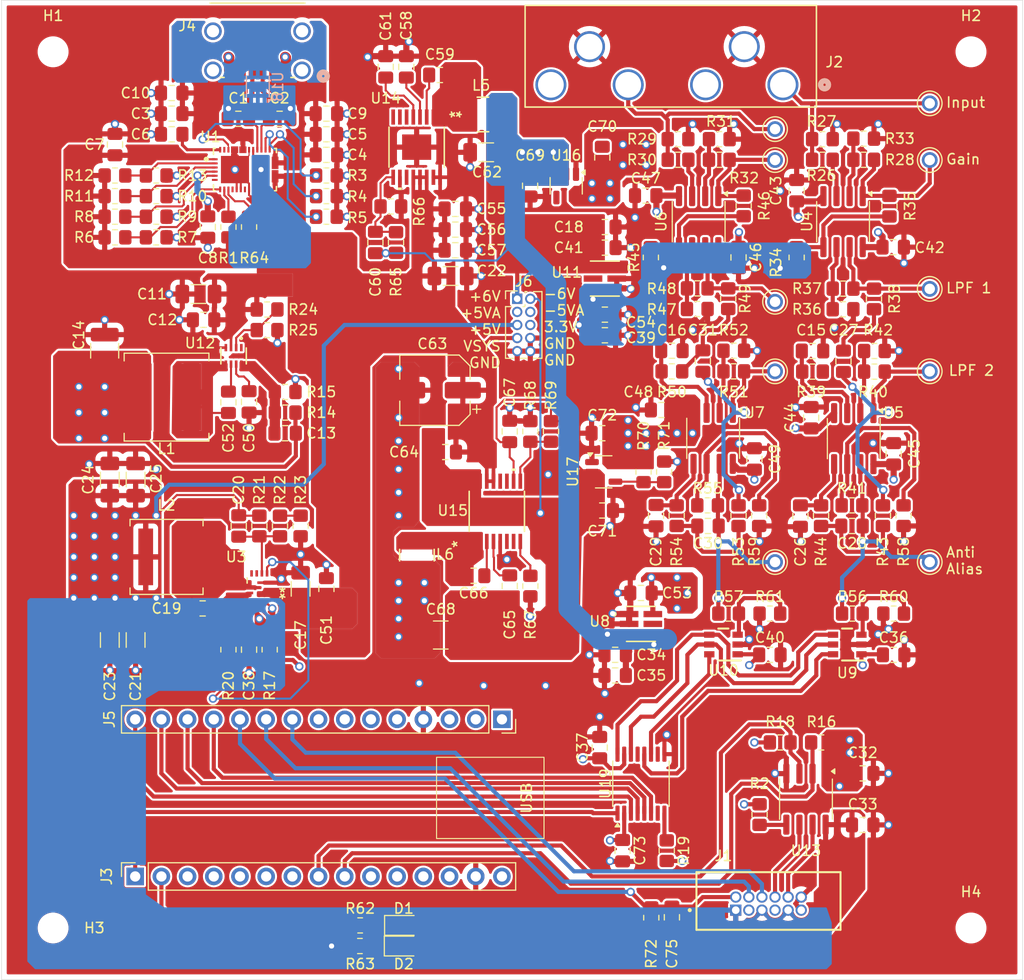
<source format=kicad_pcb>
(kicad_pcb (version 20240108) (generator "pcbnew") (generator_version "8.0")
  (layers (0 "F.Cu" signal) (1 "In1.Cu" power) (2 "In2.Cu" power) (31 "B.Cu" signal) (34 "B.Paste" user) (35 "F.Paste" user) (36 "B.SilkS" user "B.Silkscreen") (37 "F.SilkS" user "F.Silkscreen") (38 "B.Mask" user) (39 "F.Mask" user) (44 "Edge.Cuts" user))
  (net 0 "")
  (net 1 "GND")
  (net 2 "+6V")
  (net 3 "+3.3V")
  (net 4 "Net-(U13-EN)")
  (net 6 "V_SYS")
  (net 7 "5VHP_EN")
  (net 9 "ENC_B")
  (net 11 "SWITCH_IN")
  (net 12 "ADC_SCLK")
  (net 13 "Net-(U4A-+)")
  (net 14 "Net-(J2-Pad2)")
  (net 16 "Net-(R28-Pad2)")
  (net 17 "Net-(U4A--)")
  (net 18 "Net-(J2-Pad5)")
  (net 19 "Net-(U6A-+)")
  (net 20 "Net-(U6A--)")
  (net 21 "Net-(R32-Pad2)")
  (net 22 "2V5_REF")
  (net 23 "Net-(U4B-+)")
  (net 24 "Net-(U4B--)")
  (net 25 "Net-(R37-Pad2)")
  (net 26 "Net-(C27-Pad2)")
  (net 27 "Net-(U5A-+)")
  (net 28 "Net-(C27-Pad1)")
  (net 29 "Net-(U5A--)")
  (net 30 "Net-(U5B--)")
  (net 31 "Net-(C28-Pad2)")
  (net 32 "Net-(C28-Pad1)")
  (net 33 "Net-(U5B-+)")
  (net 34 "Net-(U6B-+)")
  (net 35 "Net-(U6B--)")
  (net 36 "Net-(R48-Pad2)")
  (net 37 "Net-(C31-Pad2)")
  (net 38 "Net-(U7A-+)")
  (net 39 "Net-(U7A--)")
  (net 40 "Net-(C31-Pad1)")
  (net 41 "Net-(U7B-+)")
  (net 42 "Net-(U7B--)")
  (net 43 "Net-(U9-VIN)")
  (net 44 "Net-(U10-VIN)")
  (net 45 "-5VA")
  (net 46 "+5VA")
  (net 49 "/Power_Input/USBC_CC2")
  (net 50 "/Power_Input/USBC_CC1")
  (net 51 "USBC_VBUS")
  (net 52 "/Power_Input/VIN_3V3")
  (net 53 "LDO_3V3")
  (net 54 "/Power_Input/LDO_1V5")
  (net 55 "+5V")
  (net 56 "Net-(U12-SS)")
  (net 57 "-6V")
  (net 58 "Net-(D1-K)")
  (net 59 "Net-(D2-K)")
  (net 60 "ADC_SDO")
  (net 62 "Net-(U1-I2Ct_SDA)")
  (net 63 "Net-(R4-Pad1)")
  (net 64 "Net-(R5-Pad1)")
  (net 65 "ENC_A")
  (net 66 "Net-(R22-Pad2)")
  (net 67 "Net-(U1-I2Ct_SCL)")
  (net 68 "Net-(U17-FB)")
  (net 70 "Net-(C30-Pad2)")
  (net 71 "Net-(C30-Pad1)")
  (net 72 "Net-(R3-Pad1)")
  (net 74 "/Power_Input/ADC4_IN")
  (net 77 "/Power_Input/ADC1_IN")
  (net 78 "/Power_Input/ADC2_IN")
  (net 79 "/Power_Input/ADC3_IN")
  (net 83 "5V_REF")
  (net 85 "ADC_L_CS")
  (net 86 "ADC_R_CS")
  (net 99 "/Microcontroller/I2C_LED_SCL")
  (net 100 "/Microcontroller/I2C_LED_SDA")
  (net 102 "Net-(U1-DRAIN_PAD)")
  (net 105 "Net-(U19-OE)")
  (net 106 "UC_ADC_L_CS")
  (net 107 "UC_ADC_R_CS")
  (net 108 "UC_SPI_CLK")
  (net 109 "UC_SPI_DIN")
  (net 113 "UC_SPI_DATA_OUT")
  (net 114 "Net-(J3-Pin_9)")
  (net 116 "Net-(J3-Pin_8)")
  (net 124 "/Power_Converters/3V3_FB")
  (net 125 "/Power_Converters/3V3_BST")
  (net 126 "/Power_Converters/3V3_SW")
  (net 127 "/Power_Converters/3V3_EN")
  (net 128 "/Power_Converters/5V_BST")
  (net 129 "/Power_Converters/5V_SW")
  (net 130 "/Power_Converters/5V_FB")
  (net 131 "/Power_Converters/5V_VCC")
  (net 132 "/Power_Converters/5V_PG")
  (net 133 "/Split Rail/6V_VCC")
  (net 134 "/Split Rail/6V_SW")
  (net 135 "/Split Rail/6V_BST")
  (net 136 "/Split Rail/6V_FB")
  (net 137 "/Split Rail/N6V_VCC")
  (net 138 "/Split Rail/N6V_SW")
  (net 139 "/Split Rail/N6V_BST")
  (net 140 "/Split Rail/N6V_PG")
  (net 141 "/Split Rail/N6V_FB")
  (footprint "Capacitor_SMD:C_0805_2012Metric_Pad1.18x1.45mm_HandSolder" (layer "F.Cu") (at 131.5 94 90)
    (property "Reference" "C45")
    (property "Value" "0.1u")
  )
  (footprint "Capacitor_SMD:C_0805_2012Metric_Pad1.18x1.45mm_HandSolder" (layer "F.Cu") (at 131.46 73.95)
    (property "Reference" "C42")
    (property "Value" "0.1u" (hide yes))
  )
  (footprint "1_User_Library:IND_BOURNS_SRN3015" (layer "F.Cu") (at 91.675002 61.079)
    (property "Reference" "L5")
    (property "Value" "33u")
  )
  (footprint "Capacitor_SMD:C_0805_2012Metric_Pad1.18x1.45mm_HandSolder" (layer "F.Cu") (at 104.5 113.5 180)
    (property "Reference" "C34")
    (property "Value" "1u")
  )
  (footprint "1_User_Library:KEYSTONE_5020" (layer "F.Cu") (at 120 62.5)
    (property "Reference" "TP6" (hide yes))
    (property "Value" "5020")
  )
  (footprint "Package_SO:TSSOP-16_4.4x5mm_P0.65mm" (layer "F.Cu") (at 107 126 90)
    (property "Reference" "U19")
    (property "Value" "TXB0106PW")
  )
  (footprint "1_User_Library:R_0805_2012Metric_HandSolder" (layer "F.Cu") (at 116 86)
    (property "Reference" "R52")
    (property "Value" "0" (hide yes))
  )
  (footprint "1_User_Library:R_0805_2012Metric_HandSolder" (layer "F.Cu") (at 72 101 90)
    (property "Reference" "R22")
    (property "Value" "10k" (hide yes))
  )
  (footprint "1_User_Library:R_0805_2012Metric_HandSolder" (layer "F.Cu") (at 116.96 69.95 -90)
    (property "Reference" "R46")
    (property "Value" "10k" (hide yes))
  )
  (footprint "1_User_Library:R_0805_2012Metric_HandSolder" (layer "F.Cu") (at 70.75 80)
    (property "Reference" "R24")
    (property "Value" "10k" (hide yes))
  )
  (footprint "Resistor_SMD:R_0805_2012Metric_Pad1.20x1.40mm_HandSolder" (layer "F.Cu") (at 96.274999 91.829 -90)
    (property "Reference" "R68")
    (property "Value" "1M")
  )
  (footprint "1_User_Library:R_0805_2012Metric_HandSolder" (layer "F.Cu") (at 108 139 -90)
    (property "Reference" "R72")
    (property "Value" "10k" (hide yes))
  )
  (footprint "1_User_Library:R_0805_2012Metric_HandSolder" (layer "F.Cu") (at 74 101 -90)
    (property "Reference" "R23")
    (property "Value" "10k" (hide yes))
  )
  (footprint "1_User_Library:R_0805_2012Metric_HandSolder" (layer "F.Cu") (at 115.46 78.95 -90)
    (property "Reference" "R49")
    (property "Value" "10k" (hide yes))
  )
  (footprint "Package_SO:SOIC-8_3.9x4.9mm_P1.27mm" (layer "F.Cu") (at 126.595 71.475 -90)
    (property "Reference" "U4")
    (property "Value" "OPA2156xD")
  )
  (footprint "Capacitor_SMD:C_0805_2012Metric_Pad1.18x1.45mm_HandSolder" (layer "F.Cu") (at 89 72.25)
    (property "Reference" "C56")
    (property "Value" "1u")
  )
  (footprint "1_User_Library:R_0805_2012Metric_HandSolder" (layer "F.Cu") (at 109.5 132.5 -90)
    (property "Reference" "R19")
    (property "Value" "3.3k" (hide yes))
  )
  (footprint "1_User_Library:KEYSTONE_5020" (layer "F.Cu") (at 135 60)
    (property "Reference" "TP1" (hide yes))
    (property "Value" "5020")
  )
  (footprint "Resistor_SMD:R_0805_2012Metric_Pad1.20x1.40mm_HandSolder" (layer "F.Cu") (at 98.274999 91.829 90)
    (property "Reference" "R69")
    (property "Value" "205k")
  )
  (footprint "Package_SO:SOIC-8_3.9x4.9mm_P1.27mm" (layer "F.Cu") (at 127.635 92.525 -90)
    (property "Reference" "U5")
    (property "Value" "OPA2156xD")
  )
  (footprint "1_User_Library:R_0805_2012Metric_HandSolder" (layer "F.Cu") (at 110 86 180)
    (property "Reference" "R50")
    (property "Value" "0" (hide yes))
  )
  (footprint "Capacitor_SMD:C_0805_2012Metric_Pad1.18x1.45mm_HandSolder" (layer "F.Cu") (at 89 74.25)
    (property "Reference" "C57")
    (property "Value" "1u")
  )
  (footprint "1_User_Library:R_0805_2012Metric_HandSolder" (layer "F.Cu") (at 132.4625 100 90)
    (property "Reference" "R58")
    (property "Value" "47k" (hide yes))
  )
  (footprint "Capacitor_SMD:C_0805_2012Metric_Pad1.18x1.45mm_HandSolder" (layer "F.Cu") (at 103.5 80.5)
    (property "Reference" "C54")
    (property "Value" "10u")
  )
  (footprint "1_User_Library:R_0805_2012Metric_HandSolder" (layer "F.Cu") (at 124.4625 100 90)
    (property "Reference" "R44")
    (property "Value" "22k" (hide yes))
  )
  (footprint "Capacitor_SMD:C_1206_3216Metric_Pad1.33x1.80mm_HandSolder" (layer "F.Cu") (at 64.09 78.5 180)
    (property "Reference" "C11")
    (property "Value" "10u")
  )
  (footprint "1_User_Library:R_0805_2012Metric_HandSolder" (layer "F.Cu") (at 107.25 95.75 -90)
    (property "Reference" "R70")
    (property "Value" "49.9k" (hide yes))
  )
  (footprint "MountingHole:MountingHole_2.5mm" (layer "F.Cu") (at 50 140)
    (property "Reference" "H3")
    (property "Value" "MountingHole")
  )
  (footprint "1_User_Library:SAMTEC_SHF-106-01-L-D-TH" (layer "F.Cu") (at 119.365 137.635)
    (property "Reference" "J1")
    (property "Value" "SHF-106-01-L-D-TH")
  )
  (footprint "Capacitor_SMD:C_0805_2012Metric_Pad1.18x1.45mm_HandSolder" (layer "F.Cu") (at 87.5 57.25)
    (property "Reference" "C59")
    (property "Value" "470n")
  )
  (footprint "1_User_Library:R_0805_2012Metric_HandSolder" (layer "F.Cu") (at 56 69)
    (property "Reference" "R11")
    (property "Value" "9.76k" (hide yes))
  )
  (footprint "1_User_Library:DBV0006A_N" (layer "F.Cu") (at 127 112.5 180)
    (property "Reference" "U9")
    (property "Value" "ADC121S101CIMF/NOPB")
  )
  (footprint "Capacitor_SMD:C_0805_2012Metric_Pad1.18x1.45mm_HandSolder" (layer "F.Cu") (at 81.25 73.5 90)
    (property "Reference" "C60")
    (property "Value" "22p")
  )
  (footprint "Capacitor_SMD:C_0805_2012Metric_Pad1.18x1.45mm_HandSolder" (layer "F.Cu") (at 69 88.9625 -90)
    (property "Reference" "C50")
    (property "Value" "33n")
  )
  (footprint "1_User_Library:R_0805_2012Metric_HandSolder" (layer "F.Cu") (at 60 69)
    (property "Reference" "R10")
    (property "Value" "191k" (hide yes))
  )
  (footprint "1_User_Library:R_0805_2012Metric_HandSolder" (layer "F.Cu") (at 76.5 71)
    (property "Reference" "R5")
    (property "Value" "10k" (hide yes))
  )
  (footprint "Inductor_SMD:L_Coilcraft_XAL7070-XXX" (layer "F.Cu") (at 61 88.5 180)
    (property "Reference" "L1")
    (property "Value" "6.8u")
  )
  (footprint "1_User_Library:KEYSTONE_5020" (layer "F.Cu") (at 135 78)
    (property "Reference" "TP3" (hide yes))
    (property "Value" "5020")
  )
  (footprint "1_User_Library:R_0805_2012Metric_HandSolder" (layer "F.Cu") (at 60 71)
    (property "Reference" "R9")
    (property "Value" "39k" (hide yes))
  )
  (footprint "Capacitor_SMD:C_0805_2012Metric_Pad1.18x1.45mm_HandSolder" (layer "F.Cu") (at 118 94.5 90)
    (property "Reference" "C49")
    (property "Value" "0.1u")
  )
  (footprint "Resistor_SMD:R_0805_2012Metric_Pad1.20x1.40mm_HandSolder" (layer "F.Cu") (at 82.75 70)
    (property "Reference" "R66")
    (property "Value" "205k")
  )
  (footprint "1_User_Library:R_0805_2012Metric_HandSolder" (layer "F.Cu") (at 123.635 86.025 180)
    (property "Reference" "R39")
    (property "Value" "0" (hide yes))
  )
  (footprint "1_User_Library:R_0805_2012Metric_HandSolder" (layer "F.Cu") (at 60 73)
    (property "Reference" "R7")
    (property "Value" "9.76k" (hide yes))
  )
  (footprint "Capacitor_SMD:CP_Elec_6.3x7.7" (layer "F.Cu") (at 87.024999 87.829 180)
    (property "Reference" "C63")
    (property "Value" "68u")
  )
  (footprint "1_User_Library:R_0805_2012Metric_HandSolder" (layer "F.Cu") (at 112.46 79.95 180)
    (property "Reference" "R47")
    (property "Value" "10k" (hide yes))
  )
  (footprint "Capacitor_SMD:C_1206_3216Metric_Pad1.33x1.80mm_HandSolder" (layer "F.Cu") (at 55.5 96.5 90)
    (property "Reference" "C24")
    (property "Value" "22u")
  )
  (footprint "Resistor_SMD:R_0805_2012Metric_Pad1.20x1.40mm_HandSolder" (layer "F.Cu") (at 96.274999 106.829 -90)
    (property "Reference" "R67")
    (property "Value" "105k")
  )
  (footprint "Capacitor_SMD:C_0805_2012Metric_Pad1.18x1.45mm_HandSolder" (layer "F.Cu") (at 64.5 109 180)
    (property "Reference" "C19")
    (property "Value" "100n")
  )
  (footprint "MountingHole:MountingHole_2.5mm" (layer "F.Cu") (at 50 55)
    (property "Reference" "H1")
    (property "Value" "MountingHole")
  )
  (footprint "1_User_Library:R_0805_2012Metric_HandSolder" (layer "F.Cu") (at 70.75 82)
    (property "Reference" "R25")
    (property "Value" "10k" (hide yes))
  )
  (footprint "1_User_Library:R_0805_2012Metric_HandSolder" (layer "F.Cu") (at 131.095 69.975 -90)
    (property "Reference" "R35")
    (property "Value" "10k" (hide yes))
  )
  (footprint "Inductor_SMD:L_Coilcraft_XAL6030-XXX" (layer "F.Cu") (at 61 104 180)
    (property "Reference" "L2")
    (property "Value" "1u")
  )
  (footprint "1_User_Library:DBV0006A-IPC_A" (layer "F.Cu") (at 107 110.5)
    (property "Reference" "U8")
    (property "Value" "REF35125QDBVR")
  )
  (footprint "1_User_Library:R_0805_2012Metric_HandSolder" (layer "F.Cu") (at 110.595 65.475)
    (property "Reference" "R30")
    (property "Value" "0" (hide yes))
  )
  (footprint "1_User_Library:R_0805_2012Metric_HandSolder" (layer "F.Cu") (at 114.595 65.475)
    (property "Reference" "R32")
    (property "Value" "1.8k" (hide yes))
  )
  (footprint "Capacitor_SMD:C_0805_2012Metric_Pad1.18x1.45mm_HandSolder" (layer "F.Cu") (at 68 101 -90)
    (property "Reference" "C20")
    (property "Value" "22p")
  )
  (footprint "Capacitor_SMD:C_0805_2012Metric_Pad1.18x1.45mm_HandSolder" (layer "F.Cu") (at 89 70.24)
    (property "Reference" "C55")
    (property "Value" "1u")
  )
  (footprint "Capacitor_SMD:C_0805_2012Metric_Pad1.18x1.45mm_HandSolder" (layer "F.Cu") (at 76.5 61)
    (property "Reference" "C9")
    (property "Value" "0.01u")
  )
  (footprint "Capacitor_SMD:C_0805_2012Metric_Pad1.18x1.45mm_HandSolder" (layer "F.Cu") (at 103.5 72)
    (property "Reference" "C18")
    (property "Value" "1u")
  )
  (footprint "Capacitor_SMD:C_0805_2012Metric_Pad1.18x1.45mm_HandSolder" (layer "F.Cu") (at 103.5 82.5)
    (property "Reference" "C39")
    (property "Value" "0.1u")
  )
  (footprint "Capacitor_SMD:C_0805_2012Metric_Pad1.18x1.45mm_HandSolder" (layer "F.Cu") (at 113 85 90)
    (property "Reference" "C31")
    (property "Value" "~")
  )
  (footprint "Capacitor_SMD:C_1206_3216Metric_Pad1.33x1.80mm_HandSolder" (layer "F.Cu") (at 58 96.5 90)
    (property "Reference" "C25")
    (property "Value" "22u")
  )
  (footprint "Capacitor_SMD:C_0805_2012Metric_Pad1.18x1.45mm_HandSolder" (layer "F.Cu") (at 128.5 130)
    (property "Reference" "C33")
    (property "Value" "100n")
  )
  (footprint "1_User_Library:R_0805_2012Metric_HandSolder" (layer "F.Cu") (at 119.5 109.5)
    (property "Reference" "R61")
    (property "Value" "47k" (hide yes))
  )
  (footprint "1_User_Library:R_0805_2012Metric_HandSolder" (layer "F.Cu") (at 126.595 79.975 180)
    (property "Reference" "R36")
    (property "Value" "10k" (hide yes))
  )
  (footprint "1_User_Library:KEYSTONE_5020" (layer "F.Cu") (at 135 65.5)
    (property "Reference" "TP2" (hide yes))
    (property "Value" "5020")
  )
  (footprint "Resistor_SMD:R_0805_2012Metric_Pad1.20x1.40mm_HandSolder" (layer "F.Cu") (at 83.25 73.5 90)
    (property "Reference" "R65")
    (property "Value" "1M")
  )
  (footprint "Resistor_SMD:R_0805_2012Metric_Pad1.20x1.40mm_HandSolder" (layer "F.Cu") (at 69 72 90)
    (property "Reference" "R64")
    (property "Value" "3.3k")
  )
  (footprint "Capacitor_SMD:C_0805_2012Metric_Pad1.18x1.45mm_HandSolder" (layer "F.Cu") (at 103.5 74)
    (property "Reference" "C41")
    (property "Value" "0.1u")
  )
  (footprint "LED_SMD:LED_0805_2012Metric_Pad1.15x1.40mm_HandSolder" (layer "F.Cu") (at 83.9775 141.75)
    (property "Reference" "D2")
    (property "Value" "LED")
  )
  (footprint "1_User_Library:R_0805_2012Metric_HandSolder" (layer "F.Cu") (at 124.5 122)
    (property "Reference" "R16")
    (property "Value" "3.3k" (hide yes))
  )
  (footprint "Connector_PinHeader_1.27mm:PinHeader_2x05_P1.27mm_Vertical" (layer "F.Cu") (at 95 78.96)
    (property "Reference" "J6")
    (property "Value" "Conn_02x05_Odd_Even")
  )
  (footprint "Capacitor_SMD:C_0805_2012Metric_Pad1.18x1.45mm_HandSolder" (layer "F.Cu") (at 116.46 74.95 -90)
    (property "Reference" "C46")
    (property "Value" "0.1u")
  )
  (footprint "Capacitor_SMD:C_0805_2012Metric_Pad1.18x1.45mm_HandSolder" (layer "F.Cu") (at 108.4625 100 -90)
    (property "Reference" "C29")
    (property "Value" "110p")
  )
  (footprint "Package_SO:SOIC-8_3.9x4.9mm_P1.27mm" (layer "F.Cu") (at 114 92.5 -90)
    (property "Reference" "U7")
    (property "Value" "OPA2156xD")
  )
  (footprint "Connector_PinSocket_2.54mm:PinSocket_1x15_P2.54mm_Vertical" (layer "F.Cu") (at 57.96 135 90)
    (property "Reference" "J3")
    (property "Value" "Conn_01x15_Socket")
  )
  (footprint "Capacitor_SMD:C_0805_2012Metric_Pad1.18x1.45mm_HandSolder" (layer "F.Cu") (at 69 113 -90)
    (property "Reference" "C38")
    (property "Value" "1u")
  )
  (footprint "1_User_Library:KEYSTONE_5020" (layer "F.Cu") (at 120 65.5)
    (property "Reference" "TP7" (hide yes))
    (property "Value" "5020")
  )
  (footprint "Capacitor_SMD:C_0805_2012Metric_Pad1.18x1.45mm_HandSolder" (layer "F.Cu") (at 94.274999 106.829 -90)
    (property "Reference" "C65")
    (property "Value" "2.2u")
  )
  (footprint "Package_TO_SOT_SMD:SOT-23-5" (layer "F.Cu") (at 103.3875 95.75)
    (property "Reference" "U17")
    (property "Value" "TPS72301DBV")
  )
  (footprint "Capacitor_SMD:C_0805_2012Metric_Pad1.18x1.45mm_HandSolder" (layer "F.Cu") (at 65 72 -90)
    (property "Reference" "C8")
    (property "Value" "4.7u")
  )
  (footprint "1_User_Library:R_0805_2012Metric_HandSolder" (layer "F.Cu") (at 72.5 88)
    (property "Reference" "R15")
    (property "Value" "10k" (hide yes))
  )
  (footprint "1_User_Library:R_0805_2012Metric_HandSolder" (layer "F.Cu") (at 118.4625 100 90)
    (property "Reference" "R59")
    (property "Value" "47k" (hide yes))
  )
  (footprint "1_User_Library:R_0805_2012Metric_HandSolder" (layer "F.Cu") (at 116 84 180)
    (property "Reference" "R51")
    (property "Value" "47k" (hide yes))
  )
  (footprint "1_User_Library:KEYSTONE_5020" (layer "F.Cu") (at 135 104.5)
    (property "Reference" "TP5" (hide yes))
    (property "Value" "5020")
  )
  (footprint "Capacitor_SMD:C_1206_3216Metric_Pad1.33x1.80mm_HandSolder" (layer "F.Cu") (at 88.5375 76.75)
    (property "Reference" "C22")
    (property "Value" "10u")
  )
  (footprint "1_User_Library:R_0805_2012Metric_HandSolder" (layer "F.Cu") (at 56 73)
    (property "Reference" "R6")
    (property "Value" "191k" (hide yes))
  )
  (footprint "1_User_Library:R_0805_2012Metric_HandSolder" (layer "F.Cu") (at 126.595 77.975)
    (property "Reference" "R37")
    (property "Value" "10k" (hide yes))
  )
  (footprint "1_User_Library:R_0805_2012Metric_HandSolder" (layer "F.Cu") (at 128.595 65.475)
    (property "Reference" "R28")
    (property "Value" "1.8k" (hide yes))
  )
  (footprint "Package_TO_SOT_SMD:SOT-23-5" (layer "F.Cu") (at 99.75 68 -90)
    (property "Reference" "U16")
    (property "Value" "TPS70950DBVR")
  )
  (footprint "MountingHole:MountingHole_2.5mm" (layer "F.Cu") (at 139 55)
    (property "Reference" "H2")
    (property "Value" "MountingHole")
  )
  (footprint "1_User_Library:R_0805_2012Metric_HandSolder" (layer "F.Cu") (at 79.7725 139.75)
    (property "Reference" "R62")
    (property "Value" "56" (hide yes))
  )
  (footprint "1_User_Library:R_0805_2012Metric_HandSolder" (layer "F.Cu") (at 116.4625 100 -90)
    (property "Reference" "R53")
    (property "Value" "12k" (hide yes))
  )
  (footprint "Capacitor_SMD:C_0805_2012Metric_Pad1.18x1.45mm_HandSolder" (layer "F.Cu") (at 113.5 101 180)
    (property "Reference" "C30")
    (property "Value" "270p")
  )
  (footprint "Capacitor_SMD:C_0805_2012Metric_Pad1.18x1.45mm_HandSolder" (layer "F.Cu") (at 128.5 125)
    (property "Reference" "C32")
    (property "Value" "100n")
  )
  (footprint "1_User_Library:R_0805_2012Metric_HandSolder" (layer "F.Cu") (at 129.635 84.025 180)
    (property "Reference" "R42")
    (property "Value" "47k" (hide yes))
  )
  (footprint "1_User_Library:R_0805_2012Metric_HandSolder" (layer "F.Cu") (at 79.75 141.75)
    (property "Reference" "R63")
    (property "Value" "150" (hide yes))
  )
  (footprint "Capacitor_SMD:C_0805_2012Metric_Pad1.18x1.45mm_HandSolder" (layer "F.Cu") (at 105.22 132.5 -90)
    (property "Reference" "C73")
    (property "Value" "0.1u")
  )
  (footprint "1_User_Library:CONN6_984x394_SWC_BS" (layer "F.Cu") (at 120.7654 58.2009 180)
    (property "Reference" "J2")
    (property "Value" "PJRAN2X1U01AUX")
  )
  (footprint "Resistor_SMD:R_0805_2012Metric_Pad1.20x1.40mm_HandSolder" (layer "F.Cu") (at 67 72 90)
    (property "Reference" "R1")
    (property "Value" "3.3k")
  )
  (footprint "Capacitor_SMD:C_1206_3216Metric_Pad1.33x1.80mm_HandSolder" (layer "F.Cu") (at 58 112.0625 -90)
    (property "Reference" "C21")
    (property "Value" "22u")
  )
  (footprint "1_User_Library:R_0805_2012Metric_HandSolder" (layer "F.Cu") (at 129.595 78.975 -90)
    (property "Reference" "R38")
    (property "Value" "10k" (hide yes))
  )
  (footprint "Capacitor_SMD:C_0805_2012Metric_Pad1.18x1.45mm_HandSolder" (layer "F.Cu") (at 61.5 61 180)
    (property "Reference" "C3")
    (property "Value" "0.01u")
  )
  (footprint "Capacitor_SMD:C_0805_2012Metric_Pad1.18x1.45mm_HandSolder" (layer "F.Cu") (at 76.5 63)
    (property "Reference" "C5")
    (property "Value" "0.01u")
  )
  (footprint "1_User_Library:R_0805_2012Metric_HandSolder" (layer "F.Cu") (at 131.5 109.5)
    (property "Reference" "R60")
    (property "Value" "47k" (hide yes))
  )
  (footprint "Capacitor_SMD:C_0805_2012Metric_Pad1.18x1.45mm_HandSolder" (layer "F.Cu") (at 107 107.5 180)
    (property "Reference" "C53")
    (property "Value" "10u")
  )
  (footprint "Connector_PinSocket_2.54mm:PinSocket_1x15_P2.54mm_Vertical" (layer "F.Cu") (at 93.52 119.76 -90)
    (property "Reference" "J5")
    (property "Value" "Conn_01x15_Socket")
  )
  (footprint "1_User_Library:R_0805_2012Metric_HandSolder" (layer "F.Cu") (at 56 67)
    (property "Reference" "R12")
    (property "Value" "180k" (hide yes))
  )
  (footprint "1_User_Library:R_0805_2012Metric_HandSolder" (layer "F.Cu") (at 129.635 86.025)
    (property "Reference" "R40")
    (property "Value" "0" (hide yes))
  )
  (footprint "1_User_Library:R_0805_2012Metric_HandSolder" (layer "F.Cu") (at 122.095 74.95 90)
    (property "Reference" "R34")
    (property "Value" "10k" (hide yes))
  )
  (footprint "1_User_Library:DBV0006A-IPC_A" (layer "F.Cu") (at 103.5 77 180)
    (property "Reference" "U11")
    (property "Value" "REF35250QDBVR")
  )
  (footprint "Capacitor_SMD:C_0805_2012Metric_Pad1.18x1.45mm_HandSolder" (layer "F.Cu") (at 109 89.75)
    (property "Reference" "C48")
    (property "Value" "0.1u")
  )
  (footprint "1_User_Library:R_0805_2012Metric_HandSolder" (layer "F.Cu") (at 67 113 90)
    (property "Reference" "R20")
    (property "Value" "100k" (hide yes))
  )
  (footprint "Capacitor_SMD:C_0805_2012Metric_Pad1.18x1.45mm_HandSolder" (layer "F.Cu") (at 123.635 84.025)
    (property "Reference" "C15")
    (property "Value" "300p")
  )
  (footprint "1_User_Library:R_0805_2012Metric_HandSolder" (layer "F.Cu") (at 110.595 63.475 180)
    (property "Reference" "R29")
    (property "Value" "47k" (hide yes))
  )
  (footprint "1_User_Library:R_0805_2012Metric_HandSolder" (layer "F.Cu") (at 71 113 90)
    (property "Reference" "R17")
    (property "Value" "10k" (hide yes))
  )
  (footprint "1_User_Library:R_0805_2012Metric_HandSolder" (layer "F.Cu") (at 76.5 69)
    (property "Reference" "R4")
    (property "Value" "10k" (hide yes))
  )
  (footprint "Capacitor_SMD:C_0805_2012Metric_Pad1.18x1.45mm_HandSolder" (layer "F.Cu") (at 110 84)
    (property "Reference" "C16")
    (property "Value" "300p")
  )
  (footprint "Capacitor_SMD:C_0805_2012Metric_Pad1.18x1.45mm_HandSolder" (layer "F.Cu") (at 94.274999 91.829 -90)
    (property "Reference" "C67")
    (property "Value" "4.7u")
  )
  (footprint "Capacitor_SMD:C_0805_2012Metric_Pad1.18x1.45mm_HandSolder" (layer "F.Cu") (at 96.25 68 -90)
    (property "Reference" "C69")
    (property "Value" "1u")
  )
  (footprint "Capacitor_SMD:C_0805_2012Metric_Pad1.18x1.45mm_HandSolder" (layer "F.Cu") (at 67.9625 61.5 180)
    (property "Reference" "C1")
    (property "Value" "330p")
  )
  (footprint "1_User_Library:R_0805_2012Metric_HandSolder" (layer "F.Cu") (at 128.595 63.425 180)
    (property "Reference" "R33")
    (property "Value" "360" (hide yes))
  )
  (footprint "Capacitor_SMD:C_0805_2012Metric_Pad1.18x1.45mm_HandSolder" (layer "F.Cu") (at 56 64 90)
    (property "Reference" "C7")
    (property "Value" "10u")
  )
  (footprint "1_User_Library:R_0805_2012Metric_HandSolder" (layer "F.Cu") (at 124.595 65.475)
    (property "Reference" "R26")
    (property "Value" "0" (hide yes))
  )
  (footprint "Capacitor_SMD:C_0805_2012Metric_Pad1.18x1.45mm_HandSolder" (layer "F.Cu") (at 67 89 -90)
    (property "Reference" "C52")
    (property "Value" "100n")
  )
  (footprint "1_User_Library:R_0805_2012Metric_HandSolder" (layer "F.Cu") (at 107.96 74.95 90)
    (property "Reference" "R45")
    (property "Value" "10k" (hide yes))
  )
  (footprint "Capacitor_SMD:C_0805_2012Metric_Pad1.18x1.45mm_HandSolder" (layer "F.Cu") (at 104.5 115.5 180)
    (property "Reference" "C35")
    (property "Value" "0.1u")
  )
  (footprint "Capacitor_SMD:C_0805_2012Metric_Pad1.18x1.45mm_HandSolder" (layer "F.Cu") (at 103.25 92 180)
    (property "Reference" "C72")
    (property "Value" "2.2u")
  )
  (footprint "1_User_Library:SOT8_DRL_TEX" (layer "F.Cu") (at 67.5 84.5 -90)
    (property "Reference" "U12")
    (property "Value" "TPS62932DRLR")
  )
  (footprint "1_User_Library:CONN6_125-GF-A-0190_GCT" (layer "F.Cu") (at 72.569997 56.800006 180)
    (property "Reference" "J4")
    (property "Value" "USB4125-GF-A-0190")
  )
  (footprint "Capacitor_SMD:C_0805_2012Metric_Pad1.18x1.45mm_HandSolder" (layer "F.Cu") (at 88.024999 93.829 180)
    (property "Reference" "C64")
    (property "Value" "4.7u")
  )
  (footprint "1_User_Library:R_0805_2012Metric_HandSolder" (layer "F.Cu") (at 120.5 122 180)
    (property "Reference" "R18")
    (property "Value" "3.3k" (hide yes))
  )
  (footprint "Capacitor_SMD:C_0805_2012Metric_Pad1.18x1.45mm_HandSolder" (layer "F.Cu") (at 123.5 90.5 -90)
    (property "Reference" "C44")
    (property "Value" "0.1u")
  )
  (footprint "1_User_Library:R_0805_2012Metric_HandSolder" (layer "F.Cu") (at 113.4625 99)
    (property "Reference" "R55")
    (property "Value" "0" (hide yes))
  )
  (footprint "1_User_Library:R_0805_2012Metric_HandSolder" (layer "F.Cu") (at 118.5 129 90)
    (property "Reference" "R2")
    (property "Value" "3.3k" (hide yes))
  )
  (footprint "1_User_Library:R_0805_2012Metric_HandSolder" (layer "F.Cu") (at 114.595 63.475 180)
    (property "Reference" "R31")
    (property "Value" "360" (hide yes))
  )
  (footprint "Capacitor_SMD:C_0805_2012Metric_Pad1.18x1.45mm_HandSolder" (layer "F.Cu") (at 84.25 56.4625 90)
    (property "Reference" "C58")
    (property "Value" "2.2u")
  )
  (footprint "1_User_Library:R_0805_2012Metric_HandSolder" (layer "F.Cu") (at 70 101 -90)
    (property "Reference" "R21")
    (property "Value" "147k" (hide yes))
  )
  (footprint "1_User_Library:KEYSTONE_5020" (layer "F.Cu") (at 120 86)
    (property "Reference" "TP9" (hide yes))
    (property "Value" "5020")
  )
  (footprint "Capacitor_SMD:C_0805_2012Metric_Pad1.18x1.45mm_HandSolder" (layer "F.Cu") (at 119.5 113.5)
    (property "Reference" "C40")
    (property "Value" "0.1u")
  )
  (footprint "1_User_Library:R_0805_2012Metric_HandSolder" (layer "F.Cu") (at 115.5 109.5)
    (property "Reference" "R57")
    (property "Value" "10k" (hide yes))
  )
  (footprint "1_User_Library:VQFN-HR12_RJN_TEX" (layer "F.Cu") (at 69.993699 106.999874 180)
    (property "Reference" "U3")
    (property "Value" "TPS51385RJNR")
  )
  (footprint "Capacitor_SMD:C_0805_2012Metric_Pad1.18x1.45mm_HandSolder" (layer "F.Cu") (at 122.4625 100.0375 -90)
    (property "Reference" "C26")
    (property "Value" "110p")
  )
  (footprint "1_User_Library:R_0805_2012Metric_HandSolder" (layer "F.Cu") (at 56 71)
    (property "Reference" "R8")
    (property "Value" "162k" (hide yes))
  )
  (footprint "1_User_Library:IND_BOURNS_SRN3015" (layer "F.Cu") (at 85.274999 103.829 -90)
    (property "Reference" "L6")
    (property "Value" "33u")
  )
  (footprint "Capacitor_SMD:C_0805_2012Metric_Pad1.18x1.45mm_HandSolder" (layer "F.Cu") (at 131.5 113.5)
    (property "Reference" "C36")
    (property "Value" "0.1u")
  )
  (footprint "Capacitor_SMD:C_0805_2012Metric_Pad1.18x1.45mm_HandSolder" (layer "F.Cu") (at 103.25 99.5)
    (property "Reference" "C71")
    (property "Value" "1u")
  )
  (footprint "Capacitor_SMD:C_1206_3216Metric_Pad1.33x1.80mm_HandSolder" (layer "F.Cu") (at 74 107.099748 90)
    (property "Reference" "C17")
    (property "Value" "10u")
  )
  (footprint "1_User_Library:R_0805_2012Metric_HandSolder" (layer "F.Cu") (at 124.595 63.475 180)
    (property "Reference" "R27")
    (property "Value" "47k" (hide yes))
  )
  (footprint "1_User_Library:PWP16_TEX" (layer "F.Cu") (at 85.25 64.25 -90)
    (property "Reference" "U14")
    (property "Value" "LM43601PWP")
  )
  (footprint "Capacitor_SMD:C_0805_2012Metric_Pad1.18x1.45mm_HandSolder" (layer "F.Cu") (at 103 122.5 90)
    (property "Reference" "C37")
    (property "Value" "0.1u")
  )
  (footprint "LED_SMD:LED_0805_2012Metric_Pad1.15x1.40mm_HandSolder" (layer "F.Cu") (at 84 139.75)
    (property "Reference" "D1")
    (property "Value" "LED")
  )
  (footprint "1_User_Library:R_0805_2012Metric_HandSolder" (layer "F.Cu") (at 127.4625 99)
    (property "Reference" "R41")
    (property "Value" "0" (hide yes))
  )
  (footprint "Capacitor_SMD:C_0805_2012Metric_Pad1.18x1.45mm_HandSolder" (layer "F.Cu") (at 110 138.9625 -90)
    (property "Reference" "C75")
    (property "Value" "0.1u")
  )
  (footprint "Capacitor_SMD:C_0805_2012Metric_Pad1.18x1.45mm_HandSolder" (layer "F.Cu") (at 127.4625 101 180)
    (property "Reference" "C28")
    (property "Value" "270p")
  )
  (footprint "Capacitor_SMD:C_0805_2012Metric_Pad1.18x1.45mm_HandSolder" (layer "F.Cu") (at 71.9625 61.5)
    (property "Reference" "C2")
    (property "Value" "330p")
  )
  (footprint "1_User_Library:PWP16_TEX" (layer "F.Cu") (at 93.024999 99.579 90)
    (property "Reference" "U15")
    (property "Value" "LM43601PWP")
  )
  (footprint "Capacitor_SMD:C_1210_3225Metric_Pad1.33x2.70mm_HandSolder" (layer "F.Cu") (at 87.587499 111.579)
    (property "Reference" "C68")
    (property "Value" "47u")
  )
  (footprint "1_User_Library:R_0805_2012Metric_HandSolder" (layer "F.Cu") (at 76.5 67)
    (property "Reference" "R3")
    (property "Value" "10k" (hide yes))
  )
  (footprint "1_User_Library:R_0805_2012Metric_HandSolder" (layer "F.Cu") (at 60 67)
    (property "Reference" "R13")
    (property "Value" "22k" (hide yes))
  )
  (footprint "1_User_Library:KEYSTONE_5020" (layer "F.Cu") (at 120 79.25)
    (property "Reference" "TP8" (hide yes))
    (property "Value" "5020")
  )
  (footprint "1_User_Library:R_0805_2012Metric_HandSolder" (layer "F.Cu") (at 130.4625 100 -90)
    (property "Reference" "R43")
    (property "Value" "12k" (hide yes))
  )
  (footprint "1_User_Library:KEYSTONE_5020" (layer "F.Cu") (at 135 86)
    (property "Reference" "TP4" (hide yes))
    (property "Value" "5020")
  )
  (footprint "1_User_Library:R_0805_2012Metric_HandSolder" (layer "F.Cu") (at 109.25 95.75 90)
    (property "Reference" "R71")
    (property "Value" "49.9k" (hide yes))
  )
  (footprint "Capacitor_SMD:C_0805_2012Metric_Pad1.18x1.45mm_HandSolder" (layer "F.Cu") (at 103.25 65.25 90)
    (property "Reference" "C70")
    (property "Value" "2.2u")
  )
  (footprint "Capacitor_SMD:C_0805_2012Metric_Pad1.18x1.45mm_HandSolder" (layer "F.Cu") (at 90.774999 105.829 180)
    (property "Reference" "C66")
    (property "Value" "470n")
  )
  (footprint "Capacitor_SMD:C_1206_3216Metric_Pad1.33x1.80mm_HandSolder" (layer "F.Cu") (at 55.5 112.0625 -90)
    (property "Reference" "C23")
    (property "Value" "22u")
  )
  (footprint "Capacitor_SMD:C_0805_2012Metric_Pad1.18x1.45mm_HandSolder" (layer "F.Cu") (at 76.5 107.099748 90)
    (property "Reference" "C51")
    (property "Value" "100n")
  )
  (footprint "MountingHole:MountingHole_2.5mm" (layer "F.Cu") (at 139 140)
    (property "Reference" "H4")
    (property "Value" "MountingHole")
  )
  (footprint "Capacitor_SMD:C_1206_3216Metric_Pad1.33x1.80mm_HandSolder" (layer "F.Cu") (at 92 64.75 180)
    (property "Reference" "C62")
    (property "Value" "22u")
  )
  (footprint "1_User_Library:R_0805_2012Metric_HandSolder" (layer "F.Cu") (at 110.4625 100 90)
    (property "Reference" "R54")
    (property "Value" "22k" (hide yes))
  )
  (footprint "1_User_Library:REF0038A-MFG" (layer "F.Cu") (at 68.600001 66.425)
    (property "Reference" "U1")
    (property "Value" "TPS25730SRSMR")
  )
  (footprint "Capacitor_SMD:C_0805_2012Metric_Pad1.18x1.45mm_HandSolder" (layer "F.Cu") (at 61.5 59 180)
    (property "Reference" "C10")
    (property "Value" "4.7u")
  )
  (footprint "Capacitor_SMD:C_0805_2012Metric_Pad1.18x1.45mm_HandSolder" (layer "F.Cu") (at 82.25 56.4625 90)
    (property "Reference" "C61")
    (property "Value" "4.7u")
  )
  (footprint "Capacitor_SMD:C_0805_2012Metric_Pad1.18x1.45mm_HandSolder" (layer "F.Cu") (at 122.095 68.475 -90)
    (property "Reference" "C43")
    (property "Value" "0.1u" (hide yes))
  )
  (footprint "1_User_Library:DBV0006A_N" (layer "F.Cu") (at 115 112.5 180)
    (property "Reference" "U10")
    (property "Value" "ADC121S101CIMF/NOPB")
  )
  (footprint "Capacitor_SMD:C_0805_2012Metric_Pad1.18x1.45mm_HandSolder" (layer "F.Cu") (at 107.46 68.95)
    (property "Reference" "C47")
    (property "Value" "0.1u")
  )
  (footprint "Capacitor_SMD:C_0805_2012Metric_Pad1.18x1.45mm_HandSolder" (layer "F.Cu") (at 126.635 85.025 90)
    (property "Reference" "C27")
    (property "Value" "~")
  )
  (footprint "Capacitor_SMD:C_0805_2012Metric_Pad1.18x1.45mm_HandSolder" (layer "F.Cu") (at 72.5 92 180)
    (property "Reference" "C13")
    (property "Value" "27p")
  )
  (footprint "Capacitor_SMD:C_0805_2012Metric_Pad1.18x1.45mm_HandSolder" (layer "F.Cu") (at 61.5 63 180)
    (property "Reference" "C6")
    (property "Value" "10u")
  )
  (footprint "Package_SO:SOIC-8_3.9x4.9mm_P1.27mm" (layer "F.Cu") (at 123 127.5 -90)
    (property "Reference" "U13")
    (property "Value" "TCA9517D")
  )
  (footprint "1_User_Library:R_0805_2012Metric_HandSolder" (layer "F.Cu") (at 127.5 109.5)
    (property "Reference" "R56")
    (property "Value" "10k" (hide yes))
  )
  (footprint "Capacitor_SMD:C_0805_2012Metric_Pad1.18x1.45mm_HandSolder" (layer "F.Cu") (at 76.5 65)
    (property "Reference" "C4")
    (property "Value" "0.01u")
  )
  (footprint "1_User_Library:R_0805_2012Metric_HandSolder" (layer "F.Cu") (at 72.5 90 180)
    (property "Reference" "R14")
    (property "Value" "30.9k" (hide yes))
  )
  (footprint "1_User_Library:R_0805_2012Metric_HandSolder" (layer "F.Cu") (at 112.46 77.95)
    (property "Reference" "R48")
    (property "Value" "10k" (hide yes))
  )
  (footprint "Capacitor_SMD:C_1210_3225Metric_Pad1.33x2.70mm_HandSolder" (layer "F.Cu") (at 55 84 90)
    (property "Reference" "C14")
    (property "Value" "47u")
  )
  (footprint "1_User_Library:KEYSTONE_5020" (layer "F.Cu") (at 120 104.5)
    (property "Reference" "TP10" (hide yes))
    (property "Value" "5020")
  )
  (footprint "Capacitor_SMD:C_0805_2012Metric_Pad1.18x1.45mm_HandSolder" (layer "F.Cu") (at 64.59 81 180)
    (property "Reference" "C12")
    (property "Value" "100n")
  )
  (footprint "Package_SO:SOIC-8_3.9x4.9mm_P1.27mm" (layer "F.Cu") (at 112.595 71.475 -90)
    (property "Reference" "U6")
    (property "Value" "OPA2156xD")
  )
  (footprint "Package_SON:WSON-6-1EP_2x2mm_P0.65mm_EP1x1.6mm" (layer "B.Cu") (at 69.85 58.3875 90)
    (property "Reference" "U18")
    (property "Value" "TVS2200DRV")
  )
  (gr_rect (start 87.18 123.44) (end 97.6 131.32) (stroke (width 0.1)) (fill none) (layer "F.SilkS"))
  (gr_line (start 144 145) (end 144 50) (stroke (width 0.05)) (layer "Edge.Cuts"))
  (gr_line (start 144 50) (end 45 50) (stroke (width 0.05)) (layer "Edge.Cuts"))
  (gr_line (start 45 50) (end 45 145) (stroke (width 0.05)) (layer "Edge.Cuts"))
  (gr_line (start 45 145) (end 144 145) (stroke (width 0.05)) (layer "Edge.Cuts"))
  (gr_text "-6V\n-5VA\n3.3V\nGND\nGND" (at 97.5 85.5 0) (layer "F.SilkS") (effects (font (size 1 1) (thickness 0.15) (bold yes)) (justify left bottom)))
  (gr_text "Gain" (at 136.5 66 0) (layer "F.SilkS") (effects (font (size 1 1)) (justify left bottom)))
  (gr_text "USB" (at 96.5 129 90) (layer "F.SilkS") (effects (font (size 1 1)) (justify left bottom)))
  (gr_text "+6V\n+5VA\n+5V\nVSYS\nGND" (at 93.5 85.75 0) (layer "F.SilkS") (effects (font (size 1 1)) (justify right bottom)))
  (gr_text "Input" (at 136.5 60.5 0) (layer "F.SilkS") (effects (font (size 1 1)) (justify left bottom)))
  (gr_text "LPF 1" (at 136.5 78.5 0) (layer "F.SilkS") (effects (font (size 1 1)) (justify left bottom)))
  (gr_text "Anti\nAlias" (at 136.5 105.75 0) (layer "F.SilkS") (effects (font (size 1 1)) (justify left bottom)))
  (gr_text "LPF 2" (at 136.75 86.5 0) (layer "F.SilkS") (effects (font (size 1 1)) (justify left bottom)))
  (segment (start 105.9625 107.5) (end 104.75 107.5) (width 0.6) (layer "F.Cu") (net 1))
  (segment (start 117.9875 75.9875) (end 118 76) (width 0.4) (layer "F.Cu") (net 1))
  (segment (start 104.5375 82.5) (end 104.5375 80.5) (width 0.4) (layer "F.Cu") (net 1))
  (segment (start 91 137.25) (end 91 136.5) (width 0.4) (layer "F.Cu") (net 1))
  (segment (start 105.22 133.5375) (end 104.0375 133.5375) (width 0.4) (layer "F.Cu") (net 1))
  (segment (start 94.274999 89.524999) (end 94.25 89.5) (width 0.4) (layer "F.Cu") (net 1))
  (segment (start 122.0375 89.4625) (end 122 89.5) (width 0.6) (layer "F.Cu") (net 1))
  (segment (start 68.200002 66.99) (end 67.635002 66.425) (width 0.2) (layer "F.Cu") (net 1))
  (segment (start 77.5 69) (end 78.5 69) (width 0.6) (layer "F.Cu") (net 1))
  (segment (start 71.750252 106.499748) (end 72.125 106.125) (width 0.4) (layer "F.Cu") (net 1))
  (segment (start 105.9625 107.5) (end 105.9625 109.437016) (width 0.6) (layer "F.Cu") (net 1))
  (segment (start 113.46 79.95) (end 113.46 80.54) (width 0.4) (layer "F.Cu") (net 1))
  (segment (start 53.5625 94.9375) (end 53.5 95) (width 0.4) (layer "F.Cu") (net 1))
  (segment (start 118 93.4625) (end 116.9625 93.4625) (width 0.6) (layer "F.Cu") (net 1))
  (segment (start 63.5525 81) (end 62.25 81) (width 0.4) (layer "F.Cu") (net 1))
  (segment (start 122.4625 101.075) (end 122.4625 102.4625) (width 0.4) (layer "F.Cu") (net 1))
  (segment (start 69.3 69) (end 69.725001 69) (width 0.2) (layer "F.Cu") (net 1))
  (segment (start 118 84) (end 118.25 84) (width 0.4) (layer "F.Cu") (net 1))
  (segment (start 130.4625 92.9625) (end 130.5 93) (width 0.6) (layer "F.Cu") (net 1))
  (segment (start 84.25 54.25) (end 84.5 54) (width 0.6) (layer "F.Cu") (net 1))
  (segment (start 58 94.9375) (end 59.4375 94.9375) (width 0.4) (layer "F.Cu") (net 1))
  (segment (start 111.595 63.475) (end 111.595 62.405) (width 0.4) (layer "F.Cu") (net 1))
  (segment (start 105.849517 109.549999) (end 104.299999 109.549999) (width 0.6) (layer "F.Cu") (net 1))
  (segment (start 85.5 138) (end 90.25 138) (width 0.4) (layer "F.Cu") (net 1))
  (segment (start 130.5 110.5) (end 131 111) (width 0.4) (layer "F.Cu") (net 1))
  (segment (start 85.0025 139.7725) (end 85.025 139.75) (width 0.4) (layer "F.Cu") (net 1))
  (segment (start 129.5375 130) (end 131 130) (width 0.4) (layer "F.Cu") (net 1))
  (segment (start 121.095 125.025) (end 120.025 125.025) (width 0.4) (layer "F.Cu") (net 1))
  (segment (start 69 64.5) (end 69 65.060002) (width 0.1) (layer "F.Cu") (net 1))
  (segment (start 105.9625 109.437016) (end 105.849517 109.549999) (width 0.6) (layer "F.Cu") (net 1))
  (segment (start 83.75 68.250002) (end 83.624999 68.125001) (width 0.2) (layer "F.Cu") (net 1))
  (segment (start 128.375001 112.5) (end 129 112.5) (width 0.4) (layer "F.Cu") (net 1))
  (segment (start 109.25 94.75) (end 110.5 94.75) (width 0.4) (layer "F.Cu") (net 1))
  (segment (start 105.5 72) (end 104.5375 72) (width 0.4) (layer "F.Cu") (net 1))
  (segment (start 62.5275 78.5) (end 61.25 78.5) (width 0.4) (layer "F.Cu") (net 1))
  (segment (start 132.4625 102.4625) (end 132.5 102.5) (width 0.4) (layer "F.Cu") (net 1))
  (segment (start 72.125 106.125) (end 72.712752 105.537248) (width 0.4) (layer "F.Cu") (net 1))
  (segment (start 120.025 125.025) (end 120 125) (width 0.4) (layer "F.Cu") (net 1))
  (segment (start 115.595 62.405) (end 116 62) (width 0.4) (layer "F.Cu") (net 1))
  (segment (start 96.25 89.5) (end 96.274999 89.524999) (width 0.4) (layer "F.Cu") (net 1))
  (segment (start 132.4625 101) (end 132.4625 102.4625) (width 0.4) (layer "F.Cu") (net 1))
  (segment (start 72.712752 105.537248) (end 74 105.537248) (width 0.4) (layer "F.Cu") (net 1))
  (segment (start 66.925 61.5) (end 66.925 60.575) (width 0.3) (layer "F.Cu") (net 1))
  (segment (start 61 71) (end 62 71) (width 0.6) (layer "F.Cu") (net 1))
  (segment (start 68.200002 68.35) (end 68.200002 66.99) (width 0.2) (layer "F.Cu") (net 1))
  (segment (start 104.0375 133.5375) (end 104 133.5) (width 0.4) (layer "F.Cu") (net 1))
  (segment (start 61 67) (end 62 67) (width 0.6) (layer "F.Cu") (net 1))
  (segment (start 69.725001 69) (end 69.800001 68.925) (width 0.2) (layer "F.Cu") (net 1))
  (segment (start 104.5375 80.5) (end 105.5 80.5) (width 0.4) (layer "F.Cu") (net 1))
  (segment (start 90.4375 66.1875) (end 90.5 66.25) (width 0.4) (layer "F.Cu") (net 1))
  (segment (start 116.375001 112.5) (end 117 112.5) (width 0.4) (layer "F.Cu") (net 1))
  (segment (start 131.975 84.025) (end 132 84) (width 0.4) (layer "F.Cu") (net 1))
  (segment (start 94.274999 90.7915) (end 94.274999 89.524999) (width 0.4) (layer "F.Cu") (net 1))
  (segment (start 129.595 63.425) (end 129.595 62.405) (width 0.4) (layer "F.Cu") (net 1))
  (segment (start 104.2875 99.5) (end 104.2875 100.7125) (width 0.4) (layer "F.Cu") (net 1))
  (segment (start 130.5 109.5) (end 130.5 110.5) (width 0.4) (layer "F.Cu") (net 1))
  (segment (start 104.299999 109.549999) (end 104.25 109.5) (width 0.6) (layer "F.Cu") (net 1))
  (segment (start 104.5375 78.062984) (end 104.650483 77.950001) (width 0.4) (layer "F.Cu") (net 1))
  (segment (start 74 105.537248) (end 74 103.75) (width 0.4) (layer "F.Cu") (net 1))
  (segment (start 104.5375 80.5) (end 104.5375 78.062984) (width 0.4) (layer "F.Cu") (net 1))
  (segment (start 74 103.75) (end 74 102) (width 0.4) (layer "F.Cu") (net 1))
  (segment (start 113.46 80.54) (end 112 82) (width 0.4) (layer "F.Cu") (net 1))
  (segment (start 90.0375 74.25) (end 91.25 74.25) (width 0.4) (layer "F.Cu") (net 1))
  (segment (start 105.5 80.5) (end 105.75 80.5) (width 0.4) (layer "F.Cu") (net 1))
  (segment (start 91 136.5) (end 90.98 136.48) (width 0.4) (layer "F.Cu") (net 1))
  (segment (start 108.4625 102.4625) (end 108.5 102.5) (width 0.4) (layer "F.Cu") (net 1))
  (segment (start 90.0375 70.24) (end 91.24 70.24) (width 0.4) (layer "F.Cu") (net 1))
  (segment (start 70.743888 108.399874) (end 70.743888 108.493888) (width 0.2) (layer "F.Cu") (net 1))
  (segment (start 83.75 70) (end 83.75 68.250002) (width 0.2) (layer "F.Cu") (net 1))
  (segment (start 120.5 68) (end 120.5 68.5) (width 0.4) (layer "F.Cu") (net 1))
  (segment (start 67.6 64.5) (end 67.6 64.700002) (width 0.4) (layer "F.Cu") (net 1))
  (segment (start 70.743888 108.493888) (end 71.25 109) (width 0.2) (layer "F.Cu") (net 1))
  (segment (start 60.4625 63) (end 59.5 63) (width 0.6) (layer "F.Cu") (net 1))
  (segment (start 77.5375 61) (end 78.5 61) (width 0.6) (layer "F.Cu") (net 1))
  (segment (start 72.569997 55.569997) (end 72.5 55.5) (width 1) (layer "F.Cu") (net 1))
  (segment (start 129.5 92.9625) (end 130.4625 92.9625) (width 0.6) (layer "F.Cu") (net 1))
  (segment (start 73 61.5) (end 73 60.5) (width 0.3) (layer "F.Cu") (net 1))
  (segment (start 116.46 75.9875) (end 117.9875 75.9875) (width 0.4) (layer "F.Cu") (net 1))
  (segment (start 55 82.4375) (end 55 81) (width 0.4) (layer "F.Cu") (net 1))
  (segment (start 118.5 109.5) (end 118.5 111) (width 0.4) (layer "F.Cu") (net 1))
  (segment (start 60.4625 59) (end 59.5 59) (width 0.6) (layer "F.Cu") (net 1))
  (segment (start 110 140) (end 110 141.5) (width 0.4) (layer "F.Cu") (net 1))
  (segment (start 125.75 81.75) (end 126 81.5) (width 0.4) (layer "F.Cu") (net 1))
  (segment (start 111.0375 82.9625) (end 111.0375 84) (width 0.4) (layer "F.Cu") (net 1))
  (segment (start 123.5 89.4625) (end 122.0375 89.4625) (width 0.6) (layer "F.Cu") (net 1))
  (segment (start 130.635 84.025) (end 131.975 84.025) (width 0.4) (layer "F.Cu") (net 1))
  (segment (start 67.8 68.35) (end 67.8 66.589998) (width 0.2) (layer "F.Cu") (net 1))
  (segment (start 117.0154 55.2346) (end 117 55.25) (width 0.2) (layer "F.Cu") (net 1))
  (segment (start 122.095 67.4375) (end 121.0625 67.4375) (width 0.4) (layer "F.Cu") (net 1))
  (segment (start 56 62.9625) (end 56 62) (width 0.6) (layer "F.Cu") (net 1))
  (segment (start 111.595 62.405) (end 112 62) (width 0.4) (layer "F.Cu") (net 1))
  (segment (start 67.8 66.589998) (end 67.635002 66.425) (width 0.2) (layer "F.Cu") (net 1))
  (segment (start 132.5375 112.0375) (end 132.5 112) (width 0.4) (layer "F.Cu") (net 1))
  (segment (start 67.6 64.5) (end 67.6 65.314999) (width 0.4) (layer "F.Cu") (net 1))
  (segment (start 129.595 62.405) (end 130 62) (width 0.4) (layer "F.Cu") (net 1))
  (segment (start 85.025 139.75) (end 85.025 138.475) (width 0.4) (layer "F.Cu") (net 1))
  (segment (start 90.4375 64.75) (end 90.4375 66.1875) (width 0.4) (layer "F.Cu") (net 1))
  (segment (start 118.4625 101) (end 118.4625 102.4625) (width 0.4) (layer "F.Cu") (net 1))
  (segment (start 72.569997 56.800006) (end 72.569997 55.569997) (width 1) (layer "F.Cu") (net 1))
  (segment (start 70.2 68.9) (end 70.2 68.35) (width 0.2) (layer "F.Cu") (net 1))
  (segment (start 65 73.0375) (end 65 74) (width 0.6) (layer "F.Cu") (net 1))
  (segment (start 107.9625 89.75) (end 106.75 89.75) (width 0.4) (layer "F.Cu") (net 1))
  (segment (start 115.595 63.475) (end 115.595 62.405) (width 0.4) (layer "F.Cu") (net 1))
  (segment (start 58 94.9375) (end 55.5 94.9375) (width 0.4) (layer "F.Cu") (net 1))
  (segment (start 105.950001 77.950001) (end 106 78) (width 0.4) (layer "F.Cu") (net 1))
  (segment (start 61 69) (end 61.973 69) (width 0.6) (layer "F.Cu") (net 1))
  (segment (start 69 68.9) (end 69.2 69.1) (width 0.2) (layer "F.Cu") (net 1))
  (segment (start 85.025 138.475) (end 85.5 138) (width 0.4) (layer "F.Cu") (net 1))
  (segment (start 77.5375 63) (end 78.5 63) (width 0.6) (layer "F.Cu") (net 1))
  (segment (start 124.6725 82.8275) (end 124.6725 84.025) (width 0.4) (layer "F.Cu") (net 1))
  (segment (start 127.595 80.905) (end 127.595 79.975) (width 0.4) (layer "F.Cu") (net 1))
  (segment (start 71.75 82) (end 71.75 83.25) (width 0.4) (layer "F.Cu") (net 1))
  (segment (start 69 65.060002) (end 67.635002 66.425) (width 0.1) (layer "F.Cu") (net 1))
  (segment (start 55.5 94.9375) (end 53.5625 94.9375) (width 0.4) (layer "F.Cu") (net 1))
  (segment (start 129.5375 125) (end 131 125) (width 0.4) (layer "F.Cu") (net 1))
  (segment (start 67.6 65.314999) (end 67.635002 65.350001) (width 0.4) (layer "F.Cu") (net 1))
  (segment (start 67.6 64.700002) (end 67.635002 64.700002) (width 0.4) (layer "F.Cu") (net 1))
  (segment (start 102.2125 90.5375) (end 102.25 90.5) (width 0.4) (layer "F.Cu") (net 1))
  (segment (start 117 84) (end 118 84) (width 0.4) (layer "F.Cu") (net 1))
  (segment (start 70.175 68.925) (end 70.2 68.9) (width 0.2) (layer "F.Cu") (net 1))
  (segment (start 127 81.5) (end 127.595 80.905) (width 0.4) (layer "F.Cu") (net 1))
  (segment (start 76.5 106.062248) (end 76.5 104.75) (width 0.4) (layer "F.Cu") (net 1))
  (segment (start 83.624999 68.125001) (end 83.624999 67.171) (width 0.2) (layer "F.Cu") (net 1))
  (segment (start 104.650483 77.950001) (end 105.950001 77.950001) (width 0.4) (layer "F.Cu") (net 1))
  (segment (start 104.5375 82.5) (end 105.75 82.5) (width 0.4) (layer "F.Cu") (net 1))
  (segment (start 105.849517 109.549999) (end 105.849517 110.5) (width 0.6) (layer "F.Cu") (net 1))
  (segment (start 69 68.35) (end 69 68.9) (width 0.2) (layer "F.Cu") (net 1))
  (segment (start 118.4625 102.4625) (end 118.5 102.5) (width 0.4) (layer "F.Cu") (net 1))
  (segment (start 96.274999 107.829) (end 96.274999 109.725001) (width 0.2) (layer "F.Cu") (net 1))
  (segment (start 66.925 60.575) (end 67 60.5) (width 0.3) (layer "F.Cu") (net 1))
  (segment (start 69.2 69.1) (end 69.3 69) (width 0.2) (layer "F.Cu") (net 1))
  (segment (start 125.595 62.405) (end 126 62) (width 0.4) (layer "F.Cu") (net 1))
  (segment (start 125.595 63.475) (end 125.595 62.405) (width 0.4) (layer "F.Cu") (net 1))
  (segment (start 91.24 70.24) (end 91.25 70.25) (width 0.4) (layer "F.Cu") (net 1))
  (segment (start 84.25 55.425) (end 84.25 54.25) (width 0.6) (layer "F.Cu") (net 1))
  (segment (start 80.5 55.5) (end 80.575 55.425) (width 0.6) (layer "F.Cu") (net 1))
  (segment (start 121.0625 67.4375) (end 120.5 68) (width 0.4) (layer "F.Cu") (net 1))
  (segment (start 132.4975 73.95) (end 132.4975 75.4975) (width 0.4) (layer "F.Cu") (net 1))
  (segment (start 122.4625 102.4625) (end 122.5 102.5) (width 0.4) (layer "F.Cu") (net 1))
  (segment (start 131.5 92.9625) (end 129.5 92.9625) (width 0.6) (layer "F.Cu") (net 1))
  (segment (start 77.5 71) (end 78.5 71) (width 0.6) (layer "F.Cu") (net 1))
  (segment (start 126 81.5) (end 127 81.5) (width 0.4) (layer "F.Cu") (net 1))
  (segment (start 108.4625 101.0375) (end 108.4625 102.4625) (width 0.4) (layer "F.Cu") (net 1))
  (segment (start 77.5375 65) (end 78.5 65) (width 0.6) (layer "F.Cu") (net 1))
  (segment (start 90.0375 72.25) (end 91.25 72.25) (width 0.4) (layer "F.Cu") (net 1))
  (segment (start 69 90) (end 69 91.5) (width 0.4) (layer "F.Cu") (net 1))
  (segment (start 69 67.789998) (end 67.635002 66.425) (width 0.2) (layer "F.Cu") (net 1))
  (segment (start 61 73) (end 62 73) (width 0.6) (layer "F.Cu") (net 1))
  (segment (start 116.9625 93.4625) (end 116.5 93) (width 0.6) (layer "F.Cu") (net 1))
  (segment (start 90.1 76.75) (end 91.5 76.75) (width 0.4) (layer "F.Cu") (net 1))
  (segment (start 55.5 113.625) (end 55.5 115) (width 0.4) (layer "F.Cu") (net 1))
  (segment (start 69 114.0375) (end 69 115.25) (width 0.4) (layer "F.Cu") (net 1))
  (segment (start 104.5375 74) (end 106 74) (width 0.4) (layer "F.Cu") (net 1))
  (segment (start 67.070007 56.800006) (end 67.070007 55.570007) (width 1) (layer "F.Cu") (net 1))
  (segment (start 69.743636 109.743636) (end 70 110) (width 0.2) (layer "F.Cu") (net 1))
  (segment (start 132.4975 75.4975) (end 132.5 75.5) (width 0.4) (layer "F.Cu") (net 1))
  (segment (start 132.5375 113.5) (end 132.5375 112.0375) (width 0.4) (layer "F.Cu") (net 1))
  (segment (start 69.800001 68.925) (end 69.800001 68.35) (width 0.2) (layer "F.Cu") (net 1))
  (segment (start 106.4225 71.0775) (end 106.4225 68.95) (width 0.4) (layer "F.Cu") (net 1))
  (segment (start 90.25 138) (end 91 137.25) (width 0.4) (layer "F.Cu") (net 1))
  (segment (start 73.5 88) (end 73.5 86.75) (width 0.4) (layer "F.Cu") (net 1))
  (segment (start 90.98 136.48) (end 90.98 135) (width 0.4) (layer "F.Cu") (net 1))
  (segment (start 67.070007 55.570007) (end 67 55.5) (width 1) (layer "F.Cu") (net 1))
  (segment (start 106.75 89.75) (end 106.5 89.5) (width 0.4) (layer "F.Cu") (net 1))
  (segment (start 69.743636 108.399874) (end 69.743636 109.743636) (width 0.2) (layer "F.Cu") (net 1))
  (segment (start 69.800001 68.925) (end 70.175 68.925) (width 0.2) (layer "F.Cu") (net 1))
  (segment (start 82.25 55.425) (end 80.575 55.425) (width 0.6) (layer "F.Cu") (net 1))
  (segment (start 69 68.35) (end 69 67.789998) (width 0.2) (layer "F.Cu") (net 1))
  (segment (start 70.5 106.499748) (end 71.750252 106.499748) (width 0.4) (layer "F.Cu") (net 1))
  (segment (start 96.274999 90.829) (end 96.274999 89.524999) (width 0.4) (layer "F.Cu") (net 1))
  (segment (start 77.5 67) (end 78.5 67) (width 0.6) (layer "F.Cu") (net 1))
  (segment (start 104.650483 77.950001) (end 104.650483 77) (width 0.4) (layer "F.Cu") (net 1))
  (segment (start 104.2875 100.7125) (end 104 101) (width 0.4) (layer "F.Cu") (net 1))
  (segment (start 125.75 81.75) (end 124.6725 82.8275) (width 0.4) (layer "F.Cu") (net 1))
  (segment (start 117.0154 54.5009) (end 117.0154 55.2346) (width 0.2) (layer "F.Cu") (net 1))
  (segment (start 106.4225 71.0775) (end 105.5 72) (width 0.4) (layer "F.Cu") (net 1))
  (segment (start 85.0025 141.75) (end 85.0025 139.7725) (width 0.4) (layer "F.Cu") (net 1))
  (segment (start 129 112.5) (end 130 111.5) (width 0.4) (layer "F.Cu") (net 1))
  (segment (start 96.274999 109.725001) (end 96.25 109.75) (width 0.2) (layer "F.Cu") (net 1))
  (segment (start 102.2125 92) (end 102.2125 90.5375) (width 0.4) (layer "F.Cu") (net 1))
  (segment (start 112 82) (end 111.0375 82.9625) (width 0.4) (layer "F.Cu") (net 1))
  (segment (start 117 112.5) (end 117.5 112) (width 0.4) (layer "F.Cu") (net 1))
  (segment (start 58 113.625) (end 58 115) (width 0.4) (layer "F.Cu") (net 1))
  (segment (start 59.4375 94.9375) (end 60 95.5) (width 0.4) (layer "F.Cu") (net 1))
  (segment (start 60.4625 61) (end 59.5 61) (width 0.6) (layer "F.Cu") (net 1))
  (via (at 116.5 93) (size 0.8) (drill 0.5) (layers "F.Cu" "B.Cu") (net 1))
  (via (at 85.5 116.25) (size 0.8) (drill 0.5) (layers "F.Cu" "B.Cu") (net 1))
  (via (at 78.5 65) (size 0.8) (drill 0.5) (layers "F.Cu" "B.Cu") (net 1))
  (via (at 129.5 92.9625) (size 0.8) (drill 0.5) (layers "F.Cu" "B.Cu") (net 1))
  (via (at 122 89.5) (size 0.8) (drill 0.5) (layers "F.Cu" "B.Cu") (net 1))
  (via (at 67 55.5) (size 0.8) (drill 0.5) (layers "F.Cu" "B.Cu") (net 1))
  (via (at 97.75 116.5) (size 0.8) (drill 0.5) (layers "F.Cu" "B.Cu") (net 1))
  (via (at 83.5 108.25) (size 0.8) (drill 0.5) (layers "F.Cu" "B.Cu") (net 1))
  (via (at 84.5 54) (size 0.8) (drill 0.5) (layers "F.Cu" "B.Cu") (net 1))
  (via (at 83.5 100) (size 0.8) (drill 0.5) (layers "F.Cu" "B.Cu") (net 1))
  (via (at 69 91.5) (size 0.8) (drill 0.5) (layers "F.Cu" "B.Cu") (net 1))
  (via (at 74 103.75) (size 0.8) (drill 0.5) (layers "F.Cu" "B.Cu") (net 1))
  (via (at 94 104.25) (size 0.8) (drill 0.5) (layers "F.Cu" "B.Cu") (net 1))
  (via (at 104.25 109.5) (size 0.8) (drill 0.5) (layers "F.Cu" "B.Cu") (net 1))
  (via (at 62 71) (size 0.8) (drill 0.5) (layers "F.Cu" "B.Cu") (net 1))
  (via (at 118.5 111) (size 0.8) (drill 0.5) (layers "F.Cu" "B.Cu") (net 1))
  (via (at 78.5 63) (size 0.8) (drill 0.5) (layers "F.Cu" "B.Cu") (net 1))
  (via (at 86 108.25) (size 0.8) (drill 0.5) (layers "F.Cu" "B.Cu") (net 1))
  (via (at 67 60.5) (size 0.8) (drill 0.5) (layers "F.Cu" "B.Cu") (net 1))
  (via (at 106 74) (size 0.8) (drill 0.5) (layers "F.Cu" "B.Cu") (net 1))
  (via (at 61.973 69) (size 0.8) (drill 0.5) (layers "F.Cu" "B.Cu") (net 1))
  (via (at 110.5 94.75) (size 0.8) (drill 0.5) (layers "F.Cu" "B.Cu") (net 1))
  (via (at 125.75 81.75) (size 0.8) (drill 0.5) (layers "F.Cu" "B.Cu") (net 1))
  (via (at 58 115) (size 0.8) (drill 0.5) (layers "F.Cu" "B.Cu") (net 1))
  (via (at 132.5375 112.0375) (size 0.8) (drill 0.5) (layers "F.Cu" "B.Cu") (net 1))
  (via (at 102 113.5) (size 0.8) (drill 0.5) (layers "F.Cu" "B.Cu") (net 1))
  (via (at 83.5 97.75) (size 0.8) (drill 0.5) (layers "F.Cu" "B.Cu") (net 1))
  (via (at 59.5 59) (size 0.8) (drill 0.5) (layers "F.Cu" "B.Cu") (net 1))
  (via (at 108.5 102.5) (size 0.8) (drill 0.5) (layers "F.Cu" "B.Cu") (net 1))
  (via (at 102.25 90.5) (size 0.8) (drill 0.5) (layers "F.Cu" "B.Cu") (net 1))
  (via (at 80.5 55.5) (size 0.8) (drill 0.5) (layers "F.Cu" "B.Cu") (net 1))
  (via (at 73.5 86.75) (size 0.8) (drill 0.5) (layers "F.Cu" "B.Cu") (net 1))
  (via (at 126 62) (size 0.8) (drill 0.5) (layers "F.Cu" "B.Cu") (net 1))
  (via (at 83.5 85.75) (size 0.8) (drill 0.5) (layers "F.Cu" "B.Cu") (net 1))
  (via (at 132 84) (size 0.8) (drill 0.5) (layers "F.Cu" "B.Cu") (net 1))
  (via (at 104 133.5) (size 0.8) (drill 0.5) (layers "F.Cu" "B.Cu") (net 1))
  (via (at 91.75 116.5) (size 0.8) (drill 0.5) (layers "F.Cu" "B.Cu") (net 1))
  (via (at 112 82) (size 0.8) (drill 0.5) (layers "F.Cu" "B.Cu") (net 1))
  (via (at 55.5 115) (size 0.8) (drill 0.5) (layers "F.Cu" "B.Cu") (net 1))
  (via (at 78.5 69) (size 0.8) (drill 0.5) (layers "F.Cu" "B.Cu") (net 1))
  (via (at 112 62) (size 0.8) (drill 0.5) (layers "F.Cu" "B.Cu") (net 1))
  (via (at 65 74) (size 0.8) (drill 0.5) (layers "F.Cu" "B.Cu") (net 1))
  (via (at 116 62) (size 0.8) (drill 0.5) (layers "F.Cu" "B.Cu") (net 1))
  (via (at 60 95.5) (size 0.8) (drill 0.5) (layers "F.Cu" "B.Cu") (net 1))
  (via (at 109.5 121.25) (size 0.8) (drill 0.5) (layers "F.Cu" "B.Cu") (net 1))
  (via (at 118.25 84) (size 0.8) (drill 0.5) (layers "F.Cu" "B.Cu") (net 1))
  (via (at 78.5 61) (size 0.8) (drill 0.5) (layers "F.Cu" "B.Cu") (net 1))
  (via (at 132.5 75.5) (size 0.8) (drill 0.5) (layers "F.Cu" "B.Cu") (net 1))
  (via (at 53.5 95) (size 0.8) (drill 0.5) (layers "F.Cu" "B.Cu") (net 1))
  (via (at 118 76) (size 0.8) (drill 0.5) (layers "F.Cu" "B.Cu") (net 1))
  (via (at 118.5 102.5) (size 0.8) (drill 0.5) (layers "F.Cu" "B.Cu") (net 1))
  (via (at 131 111) (size 0.8) (drill 0.5) (layers "F.Cu" "B.Cu") (net 1))
  (via (at 120 125) (size 0.8) (drill 0.5) (layers "F.Cu" "B.Cu") (net 1))
  (via (at 72.5 55.5) (size 0.8) (drill 0.5) (layers "F.Cu" "B.Cu") (net 1))
  (via (at 59.5 61) (size 0.8) (drill 0.5) (layers "F.Cu" "B.Cu") (net 1))
  (via (at 90.4375 66.1875) (size 0.8) (drill 0.5) (layers "F.Cu" "B.Cu") (net 1))
  (via (at 55 81) (size 0.8) (drill 0.5) (layers "F.Cu" "B.Cu") (net 1))
  (via (at 72.125 106.125) (size 0.8) (drill 0.5) (layers "F.Cu" "B.Cu") (net 1))
  (via (at 59.5 63) (size 0.8) (drill 0.5) (layers "F.Cu" "B.Cu") (net 1))
  (via (at 117.5 112) (size 0.8) (drill 0.5) (layers "F.Cu" "B.Cu") (net 1))
  (via (at 86 106.5) (size 0.8) (drill 0.5) (layers "F.Cu" "B.Cu") (net 1))
  (via (at 105.75 82.5) (size 0.8) (drill 0.5) (layers "F.Cu" "B.Cu") (net 1))
  (via (at 62.25 81) (size 0.8) (drill 0.5) (layers "F.Cu" "B.Cu") (net 1))
  (via (at 91.25 74.25) (size 0.8) (drill 0.5) (layers "F.Cu" "B.Cu") (net 1))
  (via (at 70 110) (size 0.8) (drill 0.5) (layers "F.Cu" "B.Cu") (net 1))
  (via (at 62 67) (size 0.8) (drill 0.5) (layers "F.Cu" "B.Cu") (net 1))
  (via (at 83.5 92.75) (size 0.8) (drill 0.5) (layers "F.Cu" "B.Cu") (net 1))
  (via (at 73 60.5) (size 0.8) (drill 0.5) (layers "F.Cu" "B.Cu") (net 1))
  (via (at 76.5 104.75) (size 0.8) (drill 0.5) (layers "F.Cu" "B.Cu") (net 1))
  (via (at 83.5 106.5) (size 0.8) (drill 0.5) (layers "F.Cu" "B.Cu") (net 1))
  (via (at 71.75 83.25) (size 0.8) (drill 0.5) (layers "F.Cu" "B.Cu") (net 1))
  (via (at 105.75 80.5) (size 0.8) (drill 0.5) (layers "F.Cu" "B.Cu") (net 1))
  (via (at 103.5 117.25) (size 0.8) (drill 0.5) (layers "F.Cu" "B.Cu") (net 1))
  (via (at 104 101) (size 0.8) (drill 0.5) (layers "F.Cu" "B.Cu") (net 1))
  (via (at 91.24 70.24) (size 0.8) (drill 0.5) (layers "F.Cu" "B.Cu") (net 1))
  (via (at 106.5 89.5) (size 0.8) (drill 0.5) (layers "F.Cu" "B.Cu") (net 1))
  (via (at 103 119.5) (size 0.8) (drill 0.5) (layers "F.Cu" "B.Cu") (net 1))
  (via (at 122.5 102.5) (size 0.8) (drill 0.5) (layers "F.Cu" "B.Cu") (net 1))
  (via (at 78.5 67) (size 0.8) (drill 0.5) (layers "F.Cu" "B.Cu") (net 1))
  (via (at 62 73) (size 0.8) (drill 0.5) (layers "F.Cu" "B.Cu") (net 1))
  (via (at 120.5 68.5) (size 0.8) (drill 0.5) (layers "F.Cu" "B.Cu") (net 1))
  (via (at 78.5 71) (size 0.8) (drill 0.5) (layers "F.Cu" "B.Cu") (net 1))
  (via (at 96.25 89.5) (size 0.8) (drill 0.5) (layers "F.Cu" "B.Cu") (net 1))
  (via (at 130 62) (size 0.8) (drill 0.5) (layers "F.Cu" "B.Cu") (net 1))
  (via (at 83.5 110) (size 0.8) (drill 0.5) (layers "F.Cu" "B.Cu") (net 1))
  (via (at 96.25 109.75) (size 0.8) (drill 0.5) (layers "F.Cu" "B.Cu") (net 1))
  (via (at 61.25 78.5) (size 0.8) (drill 0.5) (layers "F.Cu" "B.Cu") (net 1))
  (via (at 132.5 102.5) (size 0.8) (drill 0.5) (layers "F.Cu" "B.Cu") (net 1))
  (via (at 83.5 111.75) (size 0.8) (drill 0.5) (layers "F.Cu" "B.Cu") (net 1))
  (via (at 131 125) (size 0.8) (drill 0.5) (layers "F.Cu" "B.Cu") (net 1))
  (via (at 83.5 95.5) (size 0.8) (drill 0.5) (layers "F.Cu" "B.Cu") (net 1))
  (via (at 69 115.25) (size 0.8) (drill 0.5) (layers "F.Cu" "B.Cu") (net 1))
  (via (at 106 78) (size 0.8) (drill 0.5) (layers "F.Cu" "B.Cu") (net 1))
  (via (at 71.25 109) (size 0.8) (drill 0.5) (layers "F.Cu" "B.Cu") (net 1))
  (via (at 91.25 72.25) (size 0.8) (drill 0.5) (layers "F.Cu" "B.Cu") (net 1))
  (via (at 104.75 107.5) (size 0.8) (drill 0.5) (layers "F.Cu" "B.Cu") (net 1))
  (via (at 131 130) (size 0.8) (drill 0.5) (layers "F.Cu" "B.Cu") (net 1))
  (via (at 130 111.5) (size 0.8) (drill 0.5) (layers "F.Cu" "B.Cu") (net 1))
  (via (at 98 96) (size 0.8) (drill 0.5) (layers "F.Cu" "B.Cu") (net 1))
  (via (at 83.5 90.5) (size 0.8) (drill 0.5) (layers "F.Cu" "B.Cu") (net 1))
  (via (at 67.635002 66.425) (size 0.8) (drill 0.5) (layers "F.Cu" "B.Cu") (net 1))
  (via (at 106.4225 71.0775) (size 0.8) (drill 0.5) (layers "F.Cu" "B.Cu") (net 1))
  (via (at 91.5 76.75) (size 0.8) (drill 0.5) (layers "F.Cu" "B.Cu") (net 1))
  (via (at 94.274999 89.524999) (size 0.8) (drill 0.5) (layers "F.Cu" "B.Cu") (net 1))
  (via (at 56 62) (size 0.8) (drill 0.5) (layers "F.Cu" "B.Cu") (net 1))
  (segment (start 108.25 112.25) (end 108.25 112.5) (width 0.6) (layer "F.Cu") (net 2))
  (segment (start 103.799999 111.450001) (end 103.75 111.5) (width 0.6) (layer "F.Cu") (net 2))
  (segment (start 108.25 112.5) (end 108.25 112.75) (width 0.6) (layer "F.Cu") (net 2))
  (segment (start 82.25 58.75) (end 82.75 59.25) (width 0.2) (layer "F.Cu") (net 2))
  (segment (start 108.150483 111.450001) (end 108.150483 112.150483) (width 0.6) (layer "F.Cu") (net 2))
  (segment (start 105.849517 111.450001) (end 103.799999 111.450001) (width 0.6) (layer "F.Cu") (net 2))
  (segment (start 82.25 57.5) (end 82.25 58.75) (width 0.2) (layer "F.Cu") (net 2))
  (segment (start 84 59.25) (end 84.925002 60.175002) (width 0.2) (layer "F.Cu") (net 2))
  (segment (start 83 74.5) (end 82.9625 74.5375) (width 0.2) (layer "F.Cu") (net 2))
  (segment (start 84.925002 60.175002) (end 84.925002 61.329) (width 0.2) (layer "F.Cu") (net 2))
  (segment (start 108.150483 111.450001) (end 105.849517 111.450001) (width 0.6) (layer "F.Cu") (net 2))
  (segment (start 105.5375 115.5) (end 105.5375 113.5) (width 0.6) (layer "F.Cu") (net 2))
  (segment (start 82.25 74.5375) (end 81.25 74.5375) (width 0.2) (layer "F.Cu") (net 2))
  (segment (start 105.849517 113.187983) (end 105.5375 113.5) (width 0.6) (layer "F.Cu") (net 2))
  (segment (start 82.75 59.25) (end 84 59.25) (width 0.2) (layer "F.Cu") (net 2))
  (segment (start 82.9625 74.5375) (end 82.25 74.5375) (width 0.2) (layer "F.Cu") (net 2))
  (segment (start 95 78.96) (end 95 75.25) (width 0.4) (layer "F.Cu") (net 2))
  (segment (start 83.25 74.5) (end 83 74.5) (width 0.2) (layer "F.Cu") (net 2))
  (segment (start 105.849517 111.450001) (end 105.849517 113.187983) (width 0.6) (layer "F.Cu") (net 2))
  (segment (start 108.150483 112.150483) (end 108.25 112.25) (width 0.6) (layer "F.Cu") (net 2))
  (via (at 108.25 112.5) (size 0.8) (drill 0.5) (layers "F.Cu" "B.Cu") (net 2))
  (via (at 103.75 111.5) (size 0.8) (drill 0.5) (layers "F.Cu" "B.Cu") (net 2))
  (via (at 95.5 64.75) (size 0.8) (drill 0.5) (layers "F.Cu" "B.Cu") (net 2))
  (via (at 97 64.75) (size 0.8) (drill 0.5) (layers "F.Cu" "B.Cu") (net 2))
  (via (at 82.25 74.5375) (size 0.8) (drill 0.5) (layers "F.Cu" "B.Cu") (net 2))
  (via (at 98.5 64.75) (size 0.8) (drill 0.5) (layers "F.Cu" "B.Cu") (net 2))
  (segment (start 103 112) (end 109.5 112) (width 2) (layer "B.Cu") (net 2))
  (segment (start 98.75 77.5) (end 98.75 88.75) (width 2) (layer "B.Cu") (net 2))
  (segment (start 97 75.75) (end 98.75 77.5) (width 2) (layer "B.Cu") (net 2))
  (segment (start 95.5 64.75) (end 97 64.75) (width 2) (layer "B.Cu") (net 2))
  (segment (start 93 75.25) (end 94.75 73.5) (width 0.2) (layer "B.Cu") (net 2))
  (segment (start 94.75 73.5) (end 97 75.75) (width 2) (layer "B.Cu") (net 2))
  (segment (start 86.75 75.25) (end 93 75.25) (width 0.2) (layer "B.Cu") (net 2))
  (segment (start 98.75 88.75) (end 100 90) (width 2) (layer "B.Cu") (net 2))
  (segment (start 95 77.75) (end 97 75.75) (width 0.4) (layer "B.Cu") (net 2))
  (segment (start 82.25 74.5375) (end 86.0375 74.5375) (width 0.2) (layer "B.Cu") (net 2))
  (segment (start 97 64.75) (end 98.5 64.75) (width 2) (layer "B.Cu") (net 2))
  (segment (start 94.75 65.5) (end 95.5 64.75) (width 2) (layer "B.Cu") (net 2))
  (segment (start 100 109) (end 101.25 110.25) (width 2) (layer "B.Cu") (net 2))
  (segment (start 100 102.75) (end 100 109) (width 2) (layer "B.Cu") (net 2))
  (segment (start 94.75 65.5) (end 94.75 73.5) (width 2) (layer "B.Cu") (net 2))
  (segment (start 95 78.96) (end 95 77.75) (width 0.4) (layer "B.Cu") (net 2))
  (segment (start 86.0375 74.5375) (end 86.75 75.25) (width 0.2) (layer "B.Cu") (net 2))
  (segment (start 98.5 64.75) (end 98.75 64.75) (width 2) (layer "B.Cu") (net 2))
  (segment (start 100 90) (end 100 102.75) (width 2) (layer "B.Cu") (net 2))
  (segment (start 101.25 110.25) (end 103 112) (width 2) (layer "B.Cu") (net 2))
  (segment (start 73 140.75) (end 73 139.75) (width 0.4) (layer "F.Cu") (net 3))
  (segment (start 105.22 131.4625) (end 105.375 131.3075) (width 0.4) (layer "F.Cu") (net 3))
  (segment (start 71 114) (end 73.25 114) (width 0.4) (layer "F.Cu") (net 3))
  (segment (start 61.5 95.25) (end 58.59 92.34) (width 0.4) (layer "F.Cu") (net 3))
  (segment (start 60.5 138) (end 60.5 135) (width 0.4) (layer "F.Cu") (net 3))
  (segment (start 104.0375 131.4625) (end 104 131.5) (width 0.4) (layer "F.Cu") (net 3))
  (segment (start 73.25 114) (end 73.875 114.625) (width 0.4) (layer "F.Cu") (net 3))
  (segment (start 109.72 133.5) (end 111 133.5) (width 0.4) (layer "F.Cu") (net 3))
  (segment (start 73 139.75) (end 62.25 139.75) (width 0.4) (layer "F.Cu") (net 3))
  (segment (start 73.5375 94.2125) (end 72.5 95.25) (width 0.4) (layer "F.Cu") (net 3))
  (segment (start 73.5 91.9625) (end 73.5375 92) (width 0.4) (layer "F.Cu") (net 3))
  (segment (start 106.5 143.25) (end 75.5 143.25) (width 0.4) (layer "F.Cu") (net 3))
  (segment (start 62.25 139.75) (end 60.5 138) (width 0.4) (layer "F.Cu") (net 3))
  (segment (start 75.5 143.25) (end 73 140.75) (width 0.4) (layer "F.Cu") (net 3))
  (segment (start 108 141.75) (end 106.5 143.25) (width 0.4) (layer "F.Cu") (net 3))
  (segment (start 78.7725 139.75) (end 73 139.75) (width 0.4) (layer "F.Cu") (net 3))
  (segment (start 105.375 131.3075) (end 105.375 128.8625) (width 0.4) (layer "F.Cu") (net 3))
  (segment (start 58.59 92.34) (end 58.59 88.5) (width 0.4) (layer "F.Cu") (net 3))
  (segment (start 118.5 128) (end 117 128) (width 0.4) (layer "F.Cu") (net 3))
  (segment (start 72.5 95.25) (end 61.5 95.25) (width 0.4) (layer "F.Cu") (net 3))
  (segment (start 73.5 90) (end 73.5 91.9625) (width 0.4) (layer "F.Cu") (net 3))
  (segment (start 119.5 122) (end 118 122) (width 0.4) (layer "F.Cu") (net 3))
  (segment (start 105.22 131.4625) (end 104.0375 131.4625) (width 0.4) (layer "F.Cu") (net 3))
  (segment (start 108 140) (end 108 141.75) (width 0.4) (layer "F.Cu") (net 3))
  (segment (start 73.5375 92) (end 73.5375 94.2125) (width 0.4) (layer "F.Cu") (net 3))
  (via (at 55 90) (size 0.8) (drill 0.5) (layers "F.Cu" "B.Cu") (net 3))
  (via (at 118 122) (size 0.8) (drill 0.5) (layers "F.Cu" "B.Cu") (net 3))
  (via (at 104 131.5) (size 0.8) (drill 0.5) (layers "F.Cu" "B.Cu") (net 3))
  (via (at 127.25 123) (size 0.8) (drill 0.5) (layers "F.Cu" "B.Cu") (net 3))
  (via (at 117 128) (size 0.8) (drill 0.5) (layers "F.Cu" "B.Cu") (net 3))
  (via (at 73.875 114.625) (size 0.8) (drill 0.5) (layers "F.Cu" "B.Cu") (net 3))
  (via (at 52.5 90) (size 0.8) (drill 0.5) (layers "F.Cu" "B.Cu") (net 3))
  (via (at 127.25 121.75) (size 0.8) (drill 0.5) (layers "F.Cu" "B.Cu") (net 3))
  (via (at 126.25 126.25) (size 0.8) (drill 0.5) (layers "F.Cu" "B.Cu") (net 3))
  (via (at 55 87.5) (size 0.8) (drill 0.5) (layers "F.Cu" "B.Cu") (net 3))
  (via (at 55 92.5) (size 0.8) (drill 0.5) (layers "F.Cu" "B.Cu") (net 3))
  (via (at 52.5 87.5) (size 0.8) (drill 0.5) (layers "F.Cu" "B.Cu") (net 3))
  (via (at 52.5 92.5) (size 0.8) (drill 0.5) (layers "F.Cu" "B.Cu") (net 3))
  (via (at 111 133.5) (size 0.8) (drill 0.5) (layers "F.Cu" "B.Cu") (net 3))
  (segment (start 118.5 130) (end 121.07 130) (width 0.4) (layer "F.Cu") (net 4))
  (segment (start 121.07 130) (end 121.095 129.975) (width 0.4) (layer "F.Cu") (net 4))
  (segment (start 95 82.77) (end 92.48 82.77) (width 0.4) (layer "F.Cu") (net 6))
  (segment (start 92.48 82.77) (end 91.25 84) (width 0.4) (layer "F.Cu") (net 6))
  (segment (start 71 110) (end 70.243762 109.243762) (width 0.2) (layer "F.Cu") (net 7))
  (segment (start 70.243762 109.243762) (end 70.243762 108.399874) (width 0.2) (layer "F.Cu") (net 7))
  (segment (start 71 112) (end 71 110) (width 0.2) (layer "F.Cu") (net 7))
  (segment (start 118.73 135.73) (end 117.5 134.5) (width 0.4) (layer "B.Cu") (net 9))
  (segment (start 117.5 134.5) (end 100.5 134.5) (width 0.4) (layer "B.Cu") (net 9))
  (segment (start 73.2 121.7) (end 73.2 119.76) (width 0.4) (layer "B.Cu") (net 9))
  (segment (start 74.5 123) (end 73.2 121.7) (width 0.4) (layer "B.Cu") (net 9))
  (segment (start 118.73 137) (end 118.73 135.73) (width 0.4) (layer "B.Cu") (net 9))
  (segment (start 89 123) (end 74.5 123) (width 0.4) (layer "B.Cu") (net 9))
  (segment (start 100.5 134.5) (end 89 123) (width 0.4) (layer "B.Cu") (net 9))
  (segment (start 108 138) (end 107.5 138) (width 0.4) (layer "F.Cu") (net 11))
  (segment (start 107.5 138) (end 106 136.5) (width 0.4) (layer "F.Cu") (net 11))
  (segment (start 112.075 137.925) (end 110 137.925) (width 0.4) (layer "F.Cu") (net 11))
  (segment (start 110 137.925) (end 108.075 137.925) (width 0.4) (layer "F.Cu") (net 11))
  (segment (start 108.075 137.925) (end 108 138) (width 0.4) (layer "F.Cu") (net 11))
  (segment (start 116.19 137) (end 113 137) (width 0.4) (layer "F.Cu") (net 11))
  (segment (start 113 137) (end 112.075 137.925) (width 0.4) (layer "F.Cu") (net 11))
  (via (at 106 136.5) (size 0.8) (drill 0.5) (layers "F.Cu" "B.Cu") (net 11))
  (segment (start 99 136.5) (end 88 125.5) (width 0.4) (layer "B.Cu") (net 11))
  (segment (start 71.5 125.5) (end 68.12 122.12) (width 0.4) (layer "B.Cu") (net 11))
  (segment (start 88 125.5) (end 71.5 125.5) (width 0.4) (layer "B.Cu") (net 11))
  (segment (start 106 136.5) (end 99 136.5) (width 0.4) (layer "B.Cu") (net 11))
  (segment (start 68.12 122.12) (end 68.12 119.76) (width 0.4) (layer "B.Cu") (net 11))
  (segment (start 108.5 118) (end 107 118) (width 0.4) (layer "F.Cu") (net 12))
  (segment (start 116.5 115.5) (end 115.475001 114.475001) (width 0.4) (layer "F.Cu") (net 12))
  (segment (start 121.5 115.5) (end 116.5 115.5) (width 0.4) (layer "F.Cu") (net 12))
  (segment (start 122.25 114.75) (end 121.5 115.5) (width 0.4) (layer "F.Cu") (net 12))
  (segment (start 111.949998 111.550002) (end 110.5 113) (width 0.4) (layer "F.Cu") (net 12))
  (segment (start 104.725 120.275) (end 104.725 123.1375) (width 0.4) (layer "F.Cu") (net 12))
  (segment (start 125.625001 111.550002) (end 123.949998 111.550002) (width 0.4) (layer "F.Cu") (net 12))
  (segment (start 110.5 116) (end 108.5 118) (width 0.4) (layer "F.Cu") (net 12))
  (segment (start 113.625001 111.550002) (end 111.949998 111.550002) (width 0.4) (layer "F.Cu") (net 12))
  (segment (start 115.475001 114.475001) (end 115.475001 112.5) (width 0.4) (layer "F.Cu") (net 12))
  (segment (start 122.25 113.25) (end 122.25 114.75) (width 0.4) (layer "F.Cu") (net 12))
  (segment (start 123.949998 111.550002) (end 122.25 113.25) (width 0.4) (layer "F.Cu") (net 12))
  (segment (start 107 118) (end 104.725 120.275) (width 0.4) (layer "F.Cu") (net 12))
  (segment (start 115.475001 112.5) (end 114.525003 111.550002) (width 0.4) (layer "F.Cu") (net 12))
  (segment (start 114.525003 111.550002) (end 113.625001 111.550002) (width 0.4) (layer "F.Cu") (net 12))
  (segment (start 110.5 113) (end 110.5 116) (width 0.4) (layer "F.Cu") (net 12))
  (segment (start 125.595 66.595) (end 125.96 66.96) (width 0.4) (layer "F.Cu") (net 13))
  (segment (start 125.595 65.475) (end 125.595 66.595) (width 0.4) (layer "F.Cu") (net 13))
  (segment (start 125.96 66.96) (end 125.96 69) (width 0.4) (layer "F.Cu") (net 13))
  (segment (start 123.595 60) (end 135 60) (width 0.4) (layer "F.Cu") (net 14))
  (segment (start 123.595 65.475) (end 123.595 63.475) (width 0.4) (layer "F.Cu") (net 14))
  (segment (start 122.5645 60) (end 120.7654 58.2009) (width 0.4) (layer "F.Cu") (net 14))
  (segment (start 123.595 63.475) (end 123.595 60) (width 0.4) (layer "F.Cu") (net 14))
  (segment (start 123.595 63.475) (end 123.57 63.5) (width 0.4) (layer "F.Cu") (net 14))
  (segment (start 123.595 60) (end 122.5645 60) (width 0.4) (layer "F.Cu") (net 14))
  (segment (start 128.5 67.5) (end 129.595 66.405) (width 0.4) (layer "F.Cu") (net 16))
  (segment (start 128.5 69) (end 128.5 67.5) (width 0.4) (layer "F.Cu") (net 16))
  (segment (start 133.775 68.975) (end 135 67.75) (width 0.4) (layer "F.Cu") (net 16))
  (segment (start 131.095 68.975) (end 128.525 68.975) (width 0.4) (layer "F.Cu") (net 16))
  (segment (start 128.525 68.975) (end 128.5 69) (width 0.4) (layer "F.Cu") (net 16))
  (segment (start 135 67.75) (end 135 65.5) (width 0.4) (layer "F.Cu") (net 16))
  (segment (start 131.095 68.975) (end 133.775 68.975) (width 0.4) (layer "F.Cu") (net 16))
  (segment (start 129.595 66.405) (end 129.595 65.475) (width 0.4) (layer "F.Cu") (net 16))
  (segment (start 127.23 67.27) (end 127.595 66.905) (width 0.4) (layer "F.Cu") (net 17))
  (segment (start 127.595 66.905) (end 127.595 63.425) (width 0.4) (layer "F.Cu") (net 17))
  (segment (start 127.23 69) (end 127.23 67.27) (width 0.4) (layer "F.Cu") (net 17))
  (segment (start 105.75 58.75) (end 105.7654 58.7346) (width 0.4) (layer "F.Cu") (net 18))
  (segment (start 109.595 61.595) (end 109.375 61.375) (width 0.4) (layer "F.Cu") (net 18))
  (segment (start 109.595 63.475) (end 109.595 61.595) (width 0.4) (layer "F.Cu") (net 18))
  (segment (start 118 62.5) (end 120 62.5) (width 0.4) (layer "F.Cu") (net 18))
  (segment (start 109.375 61.375) (end 109.75 61) (width 0.4) (layer "F.Cu") (net 18))
  (segment (start 109.75 61) (end 116.5 61) (width 0.4) (layer "F.Cu") (net 18))
  (segment (start 106.5 61) (end 105.7654 60.2654) (width 0.4) (layer "F.Cu") (net 18))
  (segment (start 109 61) (end 106.5 61) (width 0.4) (layer "F.Cu") (net 18))
  (segment (start 109.375 61.375) (end 109 61) (width 0.4) (layer "F.Cu") (net 18))
  (segment (start 116.5 61) (end 118 62.5) (width 0.4) (layer "F.Cu") (net 18))
  (segment (start 109.595 65.475) (end 109.595 63.475) (width 0.4) (layer "F.Cu") (net 18))
  (segment (start 105.7654 60.2654) (end 105.7654 58.2009) (width 0.4) (layer "F.Cu") (net 18))
  (segment (start 112 67) (end 111.96 67.04) (width 0.4) (layer "F.Cu") (net 19))
  (segment (start 111.595 65.475) (end 111.595 66.595) (width 0.4) (layer "F.Cu") (net 19))
  (segment (start 111.595 66.595) (end 112 67) (width 0.4) (layer "F.Cu") (net 19))
  (segment (start 111.96 67.04) (end 111.96 69) (width 0.4) (layer "F.Cu") (net 19))
  (segment (start 113.595 66.905) (end 113.23 67.27) (width 0.4) (layer "F.Cu") (net 20))
  (segment (start 113.23 67.27) (end 113.23 69) (width 0.4) (layer "F.Cu") (net 20))
  (segment (start 113.595 65.475) (end 113.595 66.905) (width 0.4) (layer "F.Cu") (net 20))
  (segment (start 113.595 65.475) (end 113.595 63.475) (width 0.4) (layer "F.Cu") (net 20))
  (segment (start 115.595 65.475) (end 115.595 66.405) (width 0.4) (layer "F.Cu") (net 21))
  (segment (start 115.595 66.405) (end 114.5 67.5) (width 0.4) (layer "F.Cu") (net 21))
  (segment (start 114.5 67.5) (end 114.5 69) (width 0.4) (layer "F.Cu") (net 21))
  (segment (start 119.975 65.475) (end 120 65.5) (width 0.4) (layer "F.Cu") (net 21))
  (segment (start 116.91 69) (end 116.96 68.95) (width 0.4) (layer "F.Cu") (net 21))
  (segment (start 114.5 69) (end 116.91 69) (width 0.4) (layer "F.Cu") (net 21))
  (segment (start 115.595 65.475) (end 119.975 65.475) (width 0.4) (layer "F.Cu") (net 21))
  (segment (start 101 82) (end 101.5 82.5) (width 0.4) (layer "F.Cu") (net 22))
  (segment (start 101 81.5) (end 101 82) (width 0.4) (layer "F.Cu") (net 22))
  (segment (start 109.2 75.95) (end 107.96 75.95) (width 0.4) (layer "F.Cu") (net 22))
  (segment (start 101.5 82.5) (end 102.4625 82.5) (width 0.4) (layer "F.Cu") (net 22))
  (segment (start 102.349517 80.387017) (end 102.4625 80.5) (width 0.4) (layer "F.Cu") (net 22))
  (segment (start 102.4625 80.5) (end 101.5 80.5) (width 0.4) (layer "F.Cu") (net 22))
  (segment (start 122.095 75.95) (end 120.55 75.95) (width 0.4) (layer "F.Cu") (net 22))
  (segment (start 120.55 75.95) (end 120.5 76) (width 0.4) (layer "F.Cu") (net 22))
  (segment (start 102.349517 79) (end 102.349517 80.387017) (width 0.4) (layer "F.Cu") (net 22))
  (segment (start 101 81) (end 101 81.5) (width 0.4) (layer "F.Cu") (net 22))
  (segment (start 102.349517 77.950001) (end 102.349517 79) (width 0.4) (layer "F.Cu") (net 22))
  (segment (start 101.5 80.5) (end 101 81) (width 0.4) (layer "F.Cu") (net 22))
  (via (at 120.5 76) (size 0.8) (drill 0.5) (layers "F.Cu" "B.Cu") (net 22))
  (via (at 101 81.5) (size 0.8) (drill 0.5) (layers "F.Cu" "B.Cu") (net 22))
  (via (at 102.349517 79) (size 0.8) (drill 0.5) (layers "F.Cu" "B.Cu") (net 22))
  (via (at 109.2 75.95) (size 0.8) (drill 0.5) (layers "F.Cu" "B.Cu") (net 22))
  (segment (start 122.095 73.95) (end 124.69 73.95) (width 0.4) (layer "F.Cu") (net 23))
  (segment (start 131.095 70.975) (end 125.525 70.975) (width 0.4) (layer "F.Cu") (net 23))
  (segment (start 125.525 70.975) (end 124.69 71.81) (width 0.4) (layer "F.Cu") (net 23))
  (segment (start 124.69 71.81) (end 124.69 73.95) (width 0.4) (layer "F.Cu") (net 23))
  (segment (start 125.5 76) (end 125.595 76.095) (width 0.4) (layer "F.Cu") (net 24))
  (segment (start 125.595 76.095) (end 125.595 77.975) (width 0.4) (layer "F.Cu") (net 24))
  (segment (start 125.96 75.54) (end 125.5 76) (width 0.4) (layer "F.Cu") (net 24))
  (segment (start 125.595 77.975) (end 125.595 79.975) (width 0.4) (layer "F.Cu") (net 24))
  (segment (start 125.96 73.95) (end 125.96 75.54) (width 0.4) (layer "F.Cu") (net 24))
  (segment (start 134.975 77.975) (end 135 78) (width 0.4) (layer "F.Cu") (net 25))
  (segment (start 127.23 73.95) (end 127.23 75.73) (width 0.4) (layer "F.Cu") (net 25))
  (segment (start 127.23 75.73) (end 127.595 76.095) (width 0.4) (layer "F.Cu") (net 25))
  (segment (start 129.595 77.975) (end 134.975 77.975) (width 0.4) (layer "F.Cu") (net 25))
  (segment (start 127.595 76.095) (end 127.595 77.975) (width 0.4) (layer "F.Cu") (net 25))
  (segment (start 127.595 77.975) (end 129.595 77.975) (width 0.4) (layer "F.Cu") (net 25))
  (segment (start 129.595 81.405) (end 129 82) (width 0.4) (layer "F.Cu") (net 26))
  (segment (start 129 82) (end 127.5 82) (width 0.4) (layer "F.Cu") (net 26))
  (segment (start 127.5 82) (end 126.635 82.865) (width 0.4) (layer "F.Cu") (net 26))
  (segment (start 126.635 82.865) (end 126.635 83.9875) (width 0.4) (layer "F.Cu") (net 26))
  (segment (start 129.595 79.975) (end 129.595 81.405) (width 0.4) (layer "F.Cu") (net 26))
  (segment (start 122.635 87.135) (end 123.5 88) (width 0.4) (layer "F.Cu") (net 27))
  (segment (start 123.5 88) (end 126.5 88) (width 0.4) (layer "F.Cu") (net 27))
  (segment (start 126.5 88) (end 127 88.5) (width 0.4) (layer "F.Cu") (net 27))
  (segment (start 122.5975 84.025) (end 122.5975 85.9875) (width 0.4) (layer "F.Cu") (net 27))
  (segment (start 122.635 86.025) (end 122.635 87.135) (width 0.4) (layer "F.Cu") (net 27))
  (segment (start 127 88.5) (end 127 90.05) (width 0.4) (layer "F.Cu") (net 27))
  (segment (start 122.5975 85.9875) (end 122.635 86.025) (width 0.4) (layer "F.Cu") (net 27))
  (segment (start 126.635 86.0625) (end 126.635 86.635) (width 0.4) (layer "F.Cu") (net 28))
  (segment (start 130.4625 99) (end 130.4625 97.5375) (width 0.4) (layer "F.Cu") (net 28))
  (segment (start 130.95 90.05) (end 131 90) (width 0.4) (layer "F.Cu") (net 28))
  (segment (start 130.635 86.025) (end 134.775 86.025) (width 0.4) (layer "F.Cu") (net 28))
  (segment (start 126.635 86.635) (end 127.5 87.5) (width 0.4) (layer "F.Cu") (net 28))
  (segment (start 129.5 88) (end 129.54 88.04) (width 0.4) (layer "F.Cu") (net 28))
  (segment (start 134.775 86.025) (end 135 86.25) (width 0.4) (layer "F.Cu") (net 28))
  (segment (start 130.635 86.865) (end 129.5 88) (width 0.4) (layer "F.Cu") (net 28))
  (segment (start 129.54 90.05) (end 130.95 90.05) (width 0.4) (layer "F.Cu") (net 28))
  (segment (start 130.4625 97.5375) (end 130.5 97.5) (width 0.4) (layer "F.Cu") (net 28))
  (segment (start 130.635 86.025) (end 130.635 86.865) (width 0.4) (layer "F.Cu") (net 28))
  (segment (start 129.54 88.04) (end 129.54 90.05) (width 0.4) (layer "F.Cu") (net 28))
  (via (at 127.5 87.5) (size 0.8) (drill 0.5) (layers "F.Cu" "B.Cu") (net 28))
  (via (at 131 90) (size 0.8) (drill 0.5) (layers "F.Cu" "B.Cu") (net 28))
  (via (at 130.5 97.5) (size 0.8) (drill 0.5) (layers "F.Cu" "B.Cu") (net 28))
  (segment (start 127.5 87.5) (end 129.5 89.5) (width 0.4) (layer "B.Cu") (net 28))
  (segment (start 128 95) (end 130.5 97.5) (width 0.4) (layer "B.Cu") (net 28))
  (segment (start 129.5 89.5) (end 129.5 90) (width 0.4) (layer "B.Cu") (net 28))
  (segment (start 128 91.5) (end 128 95) (width 0.4) (layer "B.Cu") (net 28))
  (segment (start 131 90) (end 129.5 90) (width 0.4) (layer "B.Cu") (net 28))
  (segment (start 129.5 90) (end 128 91.5) (width 0.4) (layer "B.Cu") (net 28))
  (segment (start 128.635 86.025) (end 128.635 87.865) (width 0.4) (layer "F.Cu") (net 29))
  (segment (start 128.27 88.23) (end 128.27 90.05) (width 0.4) (layer "F.Cu") (net 29))
  (segment (start 128.635 84.025) (end 128.635 86.025) (width 0.4) (layer "F.Cu") (net 29))
  (segment (start 128.635 87.865) (end 128.27 88.23) (width 0.4) (layer "F.Cu") (net 29))
  (segment (start 133.5 96.5) (end 133.5 92) (width 0.4) (layer "F.Cu") (net 30))
  (segment (start 133 91.5) (end 128.5 91.5) (width 0.4) (layer "F.Cu") (net 30))
  (segment (start 127 93) (end 127 95) (width 0.4) (layer "F.Cu") (net 30))
  (segment (start 133.5 92) (end 133 91.5) (width 0.4) (layer "F.Cu") (net 30))
  (segment (start 127 95) (end 127 97) (width 0.4) (layer "F.Cu") (net 30))
  (segment (start 126.4625 97.5375) (end 126.4625 99) (width 0.4) (layer "F.Cu") (net 30))
  (segment (start 127 97) (end 126.4625 97.5375) (width 0.4) (layer "F.Cu") (net 30))
  (segment (start 132.4625 97.5375) (end 133.5 96.5) (width 0.4) (layer "F.Cu") (net 30))
  (segment (start 128.5 91.5) (end 127 93) (width 0.4) (layer "F.Cu") (net 30))
  (segment (start 132.4625 99) (end 132.4625 97.5375) (width 0.4) (layer "F.Cu") (net 30))
  (segment (start 124.4625 101) (end 126.425 101) (width 0.4) (layer "F.Cu") (net 31))
  (segment (start 127 103.5) (end 130 103.5) (width 0.4) (layer "F.Cu") (net 31))
  (segment (start 130 103.5) (end 130.4625 103.0375) (width 0.4) (layer "F.Cu") (net 31))
  (segment (start 126.425 101) (end 126.425 102.925) (width 0.4) (layer "F.Cu") (net 31))
  (segment (start 130.4625 103.0375) (end 130.4625 101) (width 0.4) (layer "F.Cu") (net 31))
  (segment (start 126.425 102.925) (end 127 103.5) (width 0.4) (layer "F.Cu") (net 31))
  (segment (start 128.27 96.77) (end 128.5 97) (width 0.4) (layer "F.Cu") (net 32))
  (segment (start 126.5 109.5) (end 126.5 108) (width 0.4) (layer "F.Cu") (net 32))
  (segment (start 128.4625 97.0375) (end 128.4625 99) (width 0.4) (layer "F.Cu") (net 32))
  (segment (start 128.5 97) (end 128.4625 97.0375) (width 0.4) (layer "F.Cu") (net 32))
  (segment (start 128.27 95) (end 128.27 96.77) (width 0.4) (layer "F.Cu") (net 32))
  (segment (start 128.5 101) (end 128.5 99.0375) (width 0.4) (layer "F.Cu") (net 32))
  (segment (start 128.5 99.0375) (end 128.4625 99) (width 0.4) (layer "F.Cu") (net 32))
  (segment (start 128.5 101) (end 128.5 102.5) (width 0.4) (layer "F.Cu") (net 32))
  (via (at 128.5 102.5) (size 0.8) (drill 0.5) (layers "F.Cu" "B.Cu") (net 32))
  (via (at 126.5 108) (size 0.8) (drill 0.5) (layers "F.Cu" "B.Cu") (net 32))
  (segment (start 126.5 106) (end 126.5 108) (width 0.4) (layer "B.Cu") (net 32))
  (segment (start 128.5 104) (end 126.5 106) (width 0.4) (layer "B.Cu") (net 32))
  (segment (start 129.75 102.5) (end 131.25 104) (width 0.4) (layer "B.Cu") (net 32))
  (segment (start 131.25 104) (end 134.5 104) (width 0.4) (layer "B.Cu") (net 32))
  (segment (start 128.5 102.5) (end 128.5 104) (width 0.4) (layer "B.Cu") (net 32))
  (segment (start 134.5 104) (end 135 104.5) (width 0.4) (layer "B.Cu") (net 32))
  (segment (start 128.5 102.5) (end 129.75 102.5) (width 0.4) (layer "B.Cu") (net 32))
  (segment (start 125.73 96.77) (end 125.73 95) (width 0.4) (layer "F.Cu") (net 33))
  (segment (start 124.4625 99) (end 124.4625 98.0375) (width 0.4) (layer "F.Cu") (net 33))
  (segment (start 122.4625 99) (end 124.4625 99) (width 0.4) (layer "F.Cu") (net 33))
  (segment (start 124.4625 98.0375) (end 125.73 96.77) (width 0.4) (layer "F.Cu") (net 33))
  (segment (start 110.69 71.81) (end 110.69 73.95) (width 0.4) (layer "F.Cu") (net 34))
  (segment (start 107.96 73.95) (end 110.69 73.95) (width 0.4) (layer "F.Cu") (net 34))
  (segment (start 111.55 70.95) (end 110.69 71.81) (width 0.4) (layer "F.Cu") (net 34))
  (segment (start 116.96 70.95) (end 111.55 70.95) (width 0.4) (layer "F.Cu") (net 34))
  (segment (start 111.46 76.04) (end 111.46 77.95) (width 0.4) (layer "F.Cu") (net 35))
  (segment (start 111.46 77.95) (end 111.46 79.95) (width 0.4) (layer "F.Cu") (net 35))
  (segment (start 111.96 75.54) (end 111.46 76.04) (width 0.4) (layer "F.Cu") (net 35))
  (segment (start 111.96 73.95) (end 111.96 75.54) (width 0.4) (layer "F.Cu") (net 35))
  (segment (start 118.7 77.95) (end 120 79.25) (width 0.4) (layer "F.Cu") (net 36))
  (segment (start 115.46 77.95) (end 118.7 77.95) (width 0.4) (layer "F.Cu") (net 36))
  (segment (start 113.46 77.95) (end 115.46 77.95) (width 0.4) (layer "F.Cu") (net 36))
  (segment (start 113.23 73.95) (end 113.23 75.73) (width 0.4) (layer "F.Cu") (net 36))
  (segment (start 113.46 76.04) (end 113.46 77.95) (width 0.4) (layer "F.Cu") (net 36))
  (segment (start 113.23 75.73) (end 113.5 76) (width 0.4) (layer "F.Cu") (net 36))
  (segment (start 113.5 76) (end 113.46 76.04) (width 0.4) (layer "F.Cu") (net 36))
  (segment (start 111 86) (end 111 85.9625) (width 0.4) (layer "F.Cu") (net 37))
  (segment (start 114.5 82) (end 113.5 82) (width 0.4) (layer "F.Cu") (net 37))
  (segment (start 113 82.5) (end 113 83.9625) (width 0.4) (layer "F.Cu") (net 37))
  (segment (start 115.46 79.95) (end 115.46 81.04) (width 0.4) (layer "F.Cu") (net 37))
  (segment (start 115.46 81.04) (end 114.5 82) (width 0.4) (layer "F.Cu") (net 37))
  (segment (start 111 85.9625) (end 113 83.9625) (width 0.4) (layer "F.Cu") (net 37))
  (segment (start 113.5 82) (end 113 82.5) (width 0.4) (layer "F.Cu") (net 37))
  (segment (start 112.5 87.5) (end 113.365 88.365) (width 0.4) (layer "F.Cu") (net 38))
  (segment (start 108.9625 84) (end 108.9625 85.9625) (width 0.4) (layer "F.Cu") (net 38))
  (segment (start 109.5 87.5) (end 112.5 87.5) (width 0.4) (layer "F.Cu") (net 38))
  (segment (start 113.365 88.365) (end 113.365 90.025) (width 0.4) (layer "F.Cu") (net 38))
  (segment (start 108.9625 85.9625) (end 109 86) (width 0.4) (layer "F.Cu") (net 38))
  (segment (start 109 87) (end 109.5 87.5) (width 0.4) (layer "F.Cu") (net 38))
  (segment (start 109 86) (end 109 87) (width 0.4) (layer "F.Cu") (net 38))
  (segment (start 114.5 88) (end 114.635 88.135) (width 0.4) (layer "F.Cu") (net 39))
  (segment (start 115 86) (end 115 87.5) (width 0.4) (layer "F.Cu") (net 39))
  (segment (start 114.635 88.135) (end 114.635 90.025) (width 0.4) (layer "F.Cu") (net 39))
  (segment (start 115 86) (end 115 84) (width 0.4) (layer "F.Cu") (net 39))
  (segment (start 115 87.5) (end 114.5 88) (width 0.4) (layer "F.Cu") (net 39))
  (segment (start 116.4625 97.5375) (end 116.5 97.5) (width 0.4) (layer "F.Cu") (net 40))
  (segment (start 116.975 90.025) (end 117 90) (width 0.4) (layer "F.Cu") (net 40))
  (segment (start 115.905 88.595) (end 117 87.5) (width 0.4) (layer "F.Cu") (net 40))
  (segment (start 113 86.0375) (end 113 86.5) (width 0.4) (layer "F.Cu") (net 40))
  (segment (start 115.905 90.025) (end 115.905 88.595) (width 0.4) (layer "F.Cu") (net 40))
  (segment (start 115.905 90.025) (end 116.975 90.025) (width 0.4) (layer "F.Cu") (net 40))
  (segment (start 117 86) (end 119.5 86) (width 0.4) (layer "F.Cu") (net 40))
  (segment (start 117 87.5) (end 117 86) (width 0.4) (layer "F.Cu") (net 40))
  (segment (start 113 86.5) (end 113.5 87) (width 0.4) (layer "F.Cu") (net 40))
  (segment (start 116.4625 99) (end 116.4625 97.5375) (width 0.4) (layer "F.Cu") (net 40))
  (via (at 117 90) (size 0.8) (drill 0.5) (layers "F.Cu" "B.Cu") (net 40))
  (via (at 116.5 97.5) (size 0.8) (drill 0.5) (layers "F.Cu" "B.Cu") (net 40))
  (via (at 113.5 87) (size 0.8) (drill 0.5) (layers "F.Cu" "B.Cu") (net 40))
  (segment (start 115 91) (end 115 96) (width 0.4) (layer "B.Cu") (net 40))
  (segment (start 115 96) (end 116.5 97.5) (width 0.4) (layer "B.Cu") (net 40))
  (segment (start 117 90) (end 116 90) (width 0.4) (layer "B.Cu") (net 40))
  (segment (start 116 89.5) (end 116 90) (width 0.4) (layer "B.Cu") (net 40))
  (segment (start 116 90) (end 115 91) (width 0.4) (layer "B.Cu") (net 40))
  (segment (start 113.5 87) (end 116 89.5) (width 0.4) (layer "B.Cu") (net 40))
  (segment (start 110.4625 99) (end 108.5 99) (width 0.4) (layer "F.Cu") (net 41))
  (segment (start 112.095 96.405) (end 110.4625 98.0375) (width 0.4) (layer "F.Cu") (net 41))
  (segment (start 108.5 99) (end 108.4625 98.9625) (width 0.4) (layer "F.Cu") (net 41))
  (segment (start 110.4625 98.0375) (end 110.4625 99) (width 0.4) (layer "F.Cu") (net 41))
  (segment (start 112.095 94.975) (end 112.095 96.405) (width 0.4) (layer "F.Cu") (net 41))
  (segment (start 120 96.5) (end 118.4625 98.0375) (width 0.4) (layer "F.Cu") (net 42))
  (segment (start 120 93) (end 120 96.5) (width 0.4) (layer "F.Cu") (net 42))
  (segment (start 112.4625 97.5375) (end 112.4625 99) (width 0.4) (layer "F.Cu") (net 42))
  (segment (start 113.365 96.635) (end 112.4625 97.5375) (width 0.4) (layer "F.Cu") (net 42))
  (segment (start 119 92) (end 120 93) (width 0.4) (layer "F.Cu") (net 42))
  (segment (start 115.365001 92) (end 119 92) (width 0.4) (layer "F.Cu") (net 42))
  (segment (start 113.365 94.975) (end 113.365 94.000001) (width 0.4) (layer "F.Cu") (net 42))
  (segment (start 113.365 94.000001) (end 115.365001 92) (width 0.4) (layer "F.Cu") (net 42))
  (segment (start 113.365 94.975) (end 113.365 96.635) (width 0.4) (layer "F.Cu") (net 42))
  (segment (start 118.4625 98.0375) (end 118.4625 99) (width 0.4) (layer "F.Cu") (net 42))
  (segment (start 132 108) (end 132.5 108.5) (width 0.4) (layer "F.Cu") (net 43))
  (segment (start 128.5 109.5) (end 128.5 108.5) (width 0.4) (layer "F.Cu") (net 43))
  (segment (start 132.5 108.5) (end 132.5 109.5) (width 0.4) (layer "F.Cu") (net 43))
  (segment (start 128.5 108.5) (end 129 108) (width 0.4) (layer "F.Cu") (net 43))
  (segment (start 129 108) (end 132 108) (width 0.4) (layer "F.Cu") (net 43))
  (segment (start 128.5 111.425003) (end 128.375001 111.550002) (width 0.4) (layer "F.Cu") (net 43))
  (segment (start 128.5 109.5) (end 128.5 111.425003) (width 0.4) (layer "F.Cu") (net 43))
  (segment (start 120 108) (end 120.5 108.5) (width 0.4) (layer "F.Cu") (net 44))
  (segment (start 116.5 108.5) (end 117 108) (width 0.4) (layer "F.Cu") (net 44))
  (segment (start 117 108) (end 120 108) (width 0.4) (layer "F.Cu") (net 44))
  (segment (start 116.5 109.5) (end 116.5 108.5) (width 0.4) (layer "F.Cu") (net 44))
  (segment (start 116.5 109.5) (end 116.5 111.425003) (width 0.4) (layer "F.Cu") (net 44))
  (segment (start 120.5 108.5) (end 120.5 109.5) (width 0.4) (layer "F.Cu") (net 44))
  (segment (start 116.5 111.425003) (end 116.375001 111.550002) (width 0.4) (layer "F.Cu") (net 44))
  (segment (start 123.5 91.5375) (end 122.0375 91.5375) (width 0.6) (layer "F.Cu") (net 45))
  (segment (start 122.095 69.5125) (end 124.1775 69.5125) (width 0.6) (layer "F.Cu") (net 45))
  (segment (start 108.4975 68.95) (end 110.64 68.95) (width 0.6) (layer "F.Cu") (net 45))
  (segment (start 110.64 68.95) (end 110.69 69) (width 0.6) (layer "F.Cu") (net 45))
  (segment (start 123.5 91.5375) (end 124.2425 91.5375) (width 0.6) (layer "F.Cu") (net 45))
  (segment (start 122.095 70.845) (end 122.095 69.5125) (width 0.6) (layer "F.Cu") (net 45))
  (segment (start 124.1775 69.5125) (end 124.69 69) (width 0.6) (layer "F.Cu") (net 45))
  (segment (start 108.4975 70.4975) (end 108.4975 68.95) (width 0.6) (layer "F.Cu") (net 45))
  (segment (start 122.25 71) (end 122.095 70.845) (width 0.6) (layer "F.Cu") (net 45))
  (segment (start 122.0375 91.5375) (end 122 91.5) (width 0.6) (layer "F.Cu") (net 45))
  (segment (start 124.2425 91.5375) (end 125.73 90.05) (width 0.6) (layer "F.Cu") (net 45))
  (segment (start 108.5 70.5) (end 108.4975 70.4975) (width 0.6) (layer "F.Cu") (net 45))
  (via (at 112 92) (size 0.8) (drill 0.5) (layers "F.Cu" "B.Cu") (net 45))
  (via (at 105.75 90.75) (size 0.8) (drill 0.5) (layers "F.Cu" "B.Cu") (net 45))
  (via (at 105.75 93.25) (size 0.8) (drill 0.5) (layers "F.Cu" "B.Cu") (net 45))
  (via (at 107.5 92) (size 0.8) (drill 0.5) (layers "F.Cu" "B.Cu") (net 45))
  (via (at 109 92) (size 0.8) (drill 0.5) (layers "F.Cu" "B.Cu") (net 45))
  (via (at 107.5 93.25) (size 0.8) (drill 0.5) (layers "F.Cu" "B.Cu") (net 45))
  (via (at 110.5 92) (size 0.8) (drill 0.5) (layers "F.Cu" "B.Cu") (net 45))
  (via (at 122 91.5) (size 0.8) (drill 0.5) (layers "F.Cu" "B.Cu") (net 45))
  (via (at 108.5 70.5) (size 0.8) (drill 0.5) (layers "F.Cu" "B.Cu") (net 45))
  (via (at 122.25 71) (size 0.8) (drill 0.5) (layers "F.Cu" "B.Cu") (net 45))
  (via (at 105.75 92) (size 0.8) (drill 0.5) (layers "F.Cu" "B.Cu") (net 45))
  (segment (start 114.5 73.95) (end 116.4225 73.95) (width 0.6) (layer "F.Cu") (net 46))
  (segment (start 129.54 95) (end 131.4625 95) (width 0.6) (layer "F.Cu") (net 46))
  (segment (start 131.5 95.0375) (end 131.5 96.5) (width 0.6) (layer "F.Cu") (net 46))
  (segment (start 128.5 73.95) (end 130.4225 73.95) (width 0.6) (layer "F.Cu") (net 46))
  (segment (start 118 95.5375) (end 118 96.5) (width 0.6) (layer "F.Cu") (net 46))
  (segment (start 118 95.5375) (end 116.4675 95.5375) (width 0.6) (layer "F.Cu") (net 46))
  (segment (start 130 72.5) (end 130.4225 72.9225) (width 0.6) (layer "F.Cu") (net 46))
  (segment (start 131.4625 95) (end 131.5 95.0375) (width 0.6) (layer "F.Cu") (net 46))
  (segment (start 130.4225 72.9225) (end 130.4225 73.95) (width 0.6) (layer "F.Cu") (net 46))
  (segment (start 116.4675 95.5375) (end 115.905 94.975) (width 0.6) (layer "F.Cu") (net 46))
  (segment (start 116.5 72.5) (end 116.46 72.54) (width 0.6) (layer "F.Cu") (net 46))
  (segment (start 116.4225 73.95) (end 116.46 73.9125) (width 0.6) (layer "F.Cu") (net 46))
  (segment (start 116.46 72.54) (end 116.46 73.9125) (width 0.6) (layer "F.Cu") (net 46))
  (via (at 102.25 69.25) (size 0.8) (drill 0.5) (layers "F.Cu" "B.Cu") (net 46))
  (via (at 130 72.5) (size 0.8) (drill 0.5) (layers "F.Cu" "B.Cu") (net 46))
  (via (at 107.5 66) (size 0.8) (drill 0.5) (layers "F.Cu" "B.Cu") (net 46))
  (via (at 107.5 64) (size 0.8) (drill 0.5) (layers "F.Cu" "B.Cu") (net 46))
  (via (at 116.5 72.5) (size 0.8) (drill 0.5) (layers "F.Cu" "B.Cu") (net 46))
  (via (at 104 67.75) (size 0.8) (drill 0.5) (layers "F.Cu" "B.Cu") (net 46))
  (via (at 131.5 96.5) (size 0.8) (drill 0.5) (layers "F.Cu" "B.Cu") (net 46))
  (via (at 104 69.25) (size 0.8) (drill 0.5) (layers "F.Cu" "B.Cu") (net 46))
  (via (at 105.25 66) (size 0.8) (drill 0.5) (layers "F.Cu" "B.Cu") (net 46))
  (via (at 118 96.5) (size 0.8) (drill 0.5) (layers "F.Cu" "B.Cu") (net 46))
  (via (at 102.25 67.75) (size 0.8) (drill 0.5) (layers "F.Cu" "B.Cu") (net 46))
  (via (at 105.25 64) (size 0.8) (drill 0.5) (layers "F.Cu" "B.Cu") (net 46))
  (segment (start 69 59.5) (end 69 61.5) (width 0.4) (layer "F.Cu") (net 49))
  (segment (start 69.320003 59.179997) (end 69 59.5) (width 0.4) (layer "F.Cu") (net 49))
  (segment (start 69.320003 56.800006) (end 69.320003 59.179997) (width 0.4) (layer "F.Cu") (net 49))
  (segment (start 69.800001 64.5) (end 69.800001 62.300001) (width 0.2) (layer "F.Cu") (net 49))
  (segment (start 69.800001 62.300001) (end 69 61.5) (width 0.2) (layer "F.Cu") (net 49))
  (segment (start 71 59.5) (end 70.925 59.575) (width 0.4) (layer "F.Cu") (net 50))
  (segment (start 70.320001 58.820001) (end 71 59.5) (width 0.4) (layer "F.Cu") (net 50))
  (segment (start 70.320001 56.800006) (end 70.320001 58.820001) (width 0.4) (layer "F.Cu") (net 50))
  (segment (start 70.925 59.575) (end 70.925 61.5) (width 0.4) (layer "F.Cu") (net 50))
  (segment (start 70.2 64.5) (end 70.2 62.225) (width 0.2) (layer "F.Cu") (net 50))
  (segment (start 70.2 62.225) (end 70.925 61.5) (width 0.2) (layer "F.Cu") (net 50))
  (segment (start 62.5375 63) (end 62.5375 64.0375) (width 0.3) (layer "F.Cu") (net 52))
  (segment (start 62.5375 64.0375) (end 63 64.5) (width 0.3) (layer "F.Cu") (net 52))
  (segment (start 63 64.5) (end 66.15 64.5) (width 0.3) (layer "F.Cu") (net 52))
  (segment (start 64.924999 65.424999) (end 64.5 65) (width 0.2) (layer "F.Cu") (net 53))
  (segment (start 65.675001 65.424999) (end 64.924999 65.424999) (width 0.2) (layer "F.Cu") (net 53))
  (segment (start 65.675001 66.625) (end 64.875 66.625) (width 0.2) (layer "F.Cu") (net 54))
  (segment (start 64.5 67) (end 64 67) (width 0.2) (layer "F.Cu") (net 54))
  (segment (start 64.875 66.625) (end 64.5 67) (width 0.2) (layer "F.Cu") (net 54))
  (segment (start 65 70.9625) (end 65 69.5) (width 0.6) (layer "F.Cu") (net 54))
  (via (at 65 69.5) (size 0.8) (drill 0.5) (layers "F.Cu" "B.Cu") (net 54))
  (via (at 64 67) (size 0.8) (drill 0.5) (layers "F.Cu" "B.Cu") (net 54))
  (segment (start 64 68.5) (end 64 67) (width 0.6) (layer "B.Cu") (net 54))
  (segment (start 65 69.5) (end 64 68.5) (width 0.6) (layer "B.Cu") (net 54))
  (segment (start 62 98) (end 60 100) (width 0.2) (layer "F.Cu") (net 55))
  (segment (start 68.0375 100) (end 68 99.9625) (width 0.2) (layer "F.Cu") (net 55))
  (segment (start 78.75 141.75) (end 77 141.75) (width 0.4) (layer "F.Cu") (net 55))
  (segment (start 68 99.9625) (end 68 98.5) (width 0.2) (layer "F.Cu") (net 55))
  (segment (start 70 100) (end 68.0375 100) (width 0.2) (layer "F.Cu") (net 55))
  (segment (start 67.5 98) (end 62 98) (width 0.2) (layer "F.Cu") (net 55))
  (segment (start 68 98.5) (end 67.5 98) (width 0.2) (layer "F.Cu") (net 55))
  (via (at 56 108) (size 0.8) (drill 0.5) (layers "F.Cu" "B.Cu") (net 55))
  (via (at 52 106) (size 0.8) (drill 0.5) (layers "F.Cu" "B.Cu") (net 55))
  (via (at 56 102) (size 0.8) (drill 0.5) (layers "F.Cu" "B.Cu") (net 55))
  (via (at 54 100) (size 0.8) (drill 0.5) (layers "F.Cu" "B.Cu") (net 55))
  (via (at 56 104) (size 0.8) (drill 0.5) (layers "F.Cu" "B.Cu") (net 55))
  (via (at 58 100) (size 0.8) (drill 0.5) (layers "F.Cu" "B.Cu") (net 55))
  (via (at 56 100) (size 0.8) (drill 0.5) (layers "F.Cu" "B.Cu") (net 55))
  (via (at 52 102) (size 0.8) (drill 0.5) (layers "F.Cu" "B.Cu") (net 55))
  (via (at 58 108) (size 0.8) (drill 0.5) (layers "F.Cu" "B.Cu") (net 55))
  (via (at 52 108) (size 0.8) (drill 0.5) (layers "F.Cu" "B.Cu") (net 55))
  (via (at 54 106) (size 0.8) (drill 0.5) (layers "F.Cu" "B.Cu") (net 55))
  (via (at 52 100) (size 0.8) (drill 0.5) (layers "F.Cu" "B.Cu") (net 55))
  (via (at 54 102) (size 0.8) (drill 0.5) (layers "F.Cu" "B.Cu") (net 55))
  (via (at 60 100) (size 0.8) (drill 0.5) (layers "F.Cu" "B.Cu") (net 55))
  (via (at 77 141.75) (size 0.8) (drill 0.5) (layers "F.Cu" "B.Cu") (net 55))
  (via (at 56 106) (size 0.8) (drill 0.5) (layers "F.Cu" "B.Cu") (net 55))
  (via (at 54 104) (size 0.8) (drill 0.5) (layers "F.Cu" "B.Cu") (net 55))
  (via (at 60 108) (size 0.8) (drill 0.5) (layers "F.Cu" "B.Cu") (net 55))
  (via (at 52 104) (size 0.8) (drill 0.5) (layers "F.Cu" "B.Cu") (net 55))
  (via (at 54 108) (size 0.8) (drill 0.5) (layers "F.Cu" "B.Cu") (net 55))
  (segment (start 95 81.5) (end 78.25 81.5) (width 0.4) (layer "B.Cu") (net 55))
  (segment (start 61.25 97) (end 60 98.25) (width 0.4) (layer "B.Cu") (net 55))
  (segment (start 76.25 95) (end 74.25 97) (width 0.4) (layer "B.Cu") (net 55))
  (segment (start 76.25 83.5) (end 76.25 95) (width 0.4) (layer "B.Cu") (net 55))
  (segment (start 74.25 97) (end 61.25 97) (width 0.4) (layer "B.Cu") (net 55))
  (segment (start 78.25 81.5) (end 76.25 83.5) (width 0.4) (layer "B.Cu") (net 55))
  (segment (start 60 98.25) (end 60 100) (width 0.4) (layer "B.Cu") (net 55))
  (segment (start 67.750063 85.3001) (end 67.750063 86.250063) (width 0.2) (layer "F.Cu") (net 56))
  (segment (start 68 86.5) (end 68.5 86.5) (width 0.2) (layer "F.Cu") (net 56))
  (segment (start 69 87) (end 69 87.925) (width 0.2) (layer "F.Cu") (net 56))
  (segment (start 68.5 86.5) (end 69 87) (width 0.2) (layer "F.Cu") (net 56))
  (segment (start 67.750063 86.250063) (end 68 86.5) (width 0.2) (layer "F.Cu") (net 56))
  (segment (start 93.75 88.75) (end 98 88.75) (width 0.2) (layer "F.Cu") (net 57))
  (segment (start 94.274999 92.8665) (end 93.3665 92.8665) (width 0.2) (layer "F.Cu") (net 57))
  (segment (start 98.25 89) (end 98.25 89.5) (width 0.2) (layer "F.Cu") (net 57))
  (segment (start 93.3665 92.8665) (end 93 92.5) (width 0.2) (layer "F.Cu") (net 57))
  (segment (start 99.75 94) (end 101.5 95.75) (width 0.2) (layer "F.Cu") (net 57))
  (segment (start 94.274999 94.329) (end 94.65 94.704001) (width 0.2) (layer "F.Cu") (net 57))
  (segment (start 98.25 89.5) (end 98.274999 89.524999) (width 0.2) (layer "F.Cu") (net 57))
  (segment (start 98 88.75) (end 98.25 89) (width 0.2) (layer "F.Cu") (net 57))
  (segment (start 101.5 95.75) (end 102.25 95.75) (width 0.2) (layer "F.Cu") (net 57))
  (segment (start 94.274999 92.8665) (end 94.274999 94.329) (width 0.2) (layer "F.Cu") (net 57))
  (segment (start 98.274999 89.524999) (end 98.274999 90.829) (width 0.2) (layer "F.Cu") (net 57))
  (segment (start 93 89.5) (end 93.75 88.75) (width 0.2) (layer "F.Cu") (net 57))
  (segment (start 99.579 90.829) (end 99.75 91) (width 0.2) (layer "F.Cu") (net 57))
  (segment (start 93 92.5) (end 93 89.5) (width 0.2) (layer "F.Cu") (net 57))
  (segment (start 94.65 94.704001) (end 94.65 96.658) (width 0.2) (layer "F.Cu") (net 57))
  (segment (start 98.274999 90.829) (end 99.579 90.829) (width 0.2) (layer "F.Cu") (net 57))
  (segment (start 99.75 91) (end 99.75 94) (width 0.2) (layer "F.Cu") (net 57))
  (via (at 97.25 99.75) (size 0.8) (drill 0.5) (layers "F.Cu" "B.Cu") (net 57))
  (segment (start 96.27 78.96) (end 96.96 78.96) (width 0.2) (layer "B.Cu") (net 57))
  (segment (start 97.25 79.25) (end 97.25 99.75) (width 0.2) (layer "B.Cu") (net 57))
  (segment (start 96.96 78.96) (end 97.25 79.25) (width 0.2) (layer "B.Cu") (net 57))
  (segment (start 80.7725 139.75) (end 82.975 139.75) (width 0.4) (layer "F.Cu") (net 58))
  (segment (start 80.75 141.75) (end 82.9525 141.75) (width 0.4) (layer "F.Cu") (net 59))
  (segment (start 108.24529 119.5) (end 109.872645 117.872645) (width 0.4) (layer "F.Cu") (net 60))
  (segment (start 121.75 116.25) (end 123.027 114.973) (width 0.4) (layer "F.Cu") (net 60))
  (segment (start 112.5 112.5) (end 113.625001 112.5) (width 0.4) (layer "F.Cu") (net 60))
  (segment (start 106.025 120.475) (end 107 119.5) (width 0.4) (layer "F.Cu") (net 60))
  (segment (start 123.027 113.527) (end 124.054 112.5) (width 0.4) (layer "F.Cu") (net 60))
  (segment (start 116 116.25) (end 121.75 116.25) (width 0.4) (layer "F.Cu") (net 60))
  (segment (start 107 119.5) (end 108.24529 119.5) (width 0.4) (layer "F.Cu") (net 60))
  (segment (start 106.025 123.1375) (end 106.025 120.475) (width 0.4) (layer "F.Cu") (net 60))
  (segment (start 113.625001 112.5) (end 114.274999 112.5) (width 0.4) (layer "F.Cu") (net 60))
  (segment (start 109.872646 117.872645) (end 111.5 116.245291) (width 0.4) (layer "F.Cu") (net 60))
  (segment (start 109.872645 117.872645) (end 109.872646 117.872645) (width 0.4) (layer "F.Cu") (net 60))
  (segment (start 114.75 112.975001) (end 114.75 115) (width 0.4) (layer "F.Cu") (net 60))
  (segment (start 124.054 112.5) (end 125.625001 112.5) (width 0.4) (layer "F.Cu") (net 60))
  (segment (start 123.027 114.973) (end 123.027 113.527) (width 0.4) (layer "F.Cu") (net 60))
  (segment (start 114.75 115) (end 116 116.25) (width 0.4) (layer "F.Cu") (net 60))
  (segment (start 111.5 116.245291) (end 111.5 113.5) (width 0.4) (layer "F.Cu") (net 60))
  (segment (start 114.274999 112.5) (end 114.75 112.975001) (width 0.4) (layer "F.Cu") (net 60))
  (segment (start 111.5 113.5) (end 112.5 112.5) (width 0.4) (layer "F.Cu") (net 60))
  (segment (start 66.6 68.924997) (end 67 69.324997) (width 0.2) (layer "F.Cu") (net 62))
  (segment (start 66.6 68.35) (end 66.6 68.924997) (width 0.2) (layer "F.Cu") (net 62))
  (segment (start 67 69.324997) (end 67 71) (width 0.2) (layer "F.Cu") (net 62))
  (segment (start 71.000001 64.5) (end 71.000001 63.999999) (width 0.2) (layer "F.Cu") (net 63))
  (segment (start 71.000001 63.999999) (end 72 63) (width 0.2) (layer "F.Cu") (net 63))
  (via (at 75.5 69) (size 0.8) (drill 0.5) (layers "F.Cu" "B.Cu") (net 63))
  (via (at 72 63) (size 0.8) (drill 0.5) (layers "F.Cu" "B.Cu") (net 63))
  (segment (start 75.5 69) (end 74.5 69) (width 0.2) (layer "B.Cu") (net 63))
  (segment (start 73.327 67.827) (end 73.327 64.327) (width 0.2) (layer "B.Cu") (net 63))
  (segment (start 74.5 69) (end 73.327 67.827) (width 0.2) (layer "B.Cu") (net 63))
  (segment (start 73.327 64.327) (end 72 63) (width 0.2) (layer "B.Cu") (net 63))
  (segment (start 70.600002 63.399998) (end 71 63) (width 0.2) (layer "F.Cu") (net 64))
  (segment (start 70.600002 64.5) (end 70.600002 63.399998) (width 0.2) (layer "F.Cu") (net 64))
  (via (at 71 63) (size 0.8) (drill 0.5) (layers "F.Cu" "B.Cu") (net 64))
  (via (at 75.5 71) (size 0.8) (drill 0.5) (layers "F.Cu" "B.Cu") (net 64))
  (segment (start 71 64) (end 71.5 64.5) (width 0.2) (layer "B.Cu") (net 64))
  (segment (start 72 64.5) (end 72.75 65.25) (width 0.2) (layer "B.Cu") (net 64))
  (segment (start 71.5 64.5) (end 72 64.5) (width 0.2) (layer "B.Cu") (net 64))
  (segment (start 72.75 65.25) (end 72.75 69.25) (width 0.2) (layer "B.Cu") (net 64))
  (segment (start 72.75 69.25) (end 74.5 71) (width 0.2) (layer "B.Cu") (net 64))
  (segment (start 71 63) (end 71 64) (width 0.2) (layer "B.Cu") (net 64))
  (segment (start 74.5 71) (end 75.5 71) (width 0.2) (layer "B.Cu") (net 64))
  (segment (start 117 135.5) (end 99.5 135.5) (width 0.4) (layer "B.Cu") (net 65))
  (segment (start 99.5 135.5) (end 88.5 124.5) (width 0.4) (layer "B.Cu") (net 65))
  (segment (start 117.46 135.96) (end 117 135.5) (width 0.4) (layer "B.Cu") (net 65))
  (segment (start 70.66 121.66) (end 70.66 119.76) (width 0.4) (layer "B.Cu") (net 65))
  (segment (start 117.46 137) (end 117.46 135.96) (width 0.4) (layer "B.Cu") (net 65))
  (segment (start 88.5 124.5) (end 73.5 124.5) (width 0.4) (layer "B.Cu") (net 65))
  (segment (start 73.5 124.5) (end 70.66 121.66) (width 0.4) (layer "B.Cu") (net 65))
  (segment (start 74 100) (end 72 100) (width 0.2) (layer "F.Cu") (net 66))
  (segment (start 68.5 69.5) (end 69 70) (width 0.2) (layer "F.Cu") (net 67))
  (segment (start 67.637451 69.5) (end 68.5 69.5) (width 0.2) (layer "F.Cu") (net 67))
  (segment (start 67.000002 68.862551) (end 67.637451 69.5) (width 0.2) (layer "F.Cu") (net 67))
  (segment (start 69 70) (end 69 71) (width 0.2) (layer "F.Cu") (net 67))
  (segment (start 67.000002 68.35) (end 67.000002 68.862551) (width 0.2) (layer "F.Cu") (net 67))
  (segment (start 104.525 96.7) (end 107.2 96.7) (width 0.2) (layer "F.Cu") (net 68))
  (segment (start 107.25 96.75) (end 109.25 96.75) (width 0.2) (layer "F.Cu") (net 68))
  (segment (start 107.2 96.7) (end 107.25 96.75) (width 0.2) (layer "F.Cu") (net 68))
  (segment (start 110.4625 101) (end 112.4625 101) (width 0.4) (layer "F.Cu") (net 70))
  (segment (start 112.4625 102.9625) (end 112.4625 101) (width 0.4) (layer "F.Cu") (net 70))
  (segment (start 113 103.5) (end 112.4625 102.9625) (width 0.4) (layer "F.Cu") (net 70))
  (segment (start 116.4625 101) (end 116.4625 103.0375) (width 0.4) (layer "F.Cu") (net 70))
  (segment (start 116 103.5) (end 113 103.5) (width 0.4) (layer "F.Cu") (net 70))
  (segment (start 116.4625 103.0375) (end 116 103.5) (width 0.4) (layer "F.Cu") (net 70))
  (segment (start 114.4625 100.925) (end 114.5375 101) (width 0.4) (layer "F.Cu") (net 71))
  (segment (start 114.635 94.975) (end 114.635 97.365) (width 0.4) (layer "F.Cu") (net 71))
  (segment (start 114.635 97.365) (end 114.4625 97.5375) (width 0.4) (layer "F.Cu") (net 71))
  (segment (start 114.5375 101) (end 114.5375 102.4625) (width 0.4) (layer "F.Cu") (net 71))
  (segment (start 114.5375 102.4625) (end 114.5 102.5) (width 0.4) (layer "F.Cu") (net 71))
  (segment (start 114.4625 99) (end 114.4625 100.925) (width 0.4) (layer "F.Cu") (net 71))
  (segment (start 114.5 109.5) (end 114.5 108) (width 0.4) (layer "F.Cu") (net 71))
  (segment (start 114.4625 97.5375) (end 114.4625 99) (width 0.4) (layer "F.Cu") (net 71))
  (via (at 114.5 102.5) (size 0.8) (drill 0.5) (layers "F.Cu" "B.Cu") (net 71))
  (via (at 114.5 108) (size 0.8) (drill 0.5) (layers "F.Cu" "B.Cu") (net 71))
  (segment (start 115.5 102.5) (end 117.5 104.5) (width 0.4) (layer "B.Cu") (net 71))
  (segment (start 114.5 102.5) (end 115.5 102.5) (width 0.4) (layer "B.Cu") (net 71))
  (segment (start 114.5 102.5) (end 114.5 108) (width 0.4) (layer "B.Cu") (net 71))
  (segment (start 117.5 104.5) (end 119.75 104.5) (width 0.4) (layer "B.Cu") (net 71))
  (segment (start 66.95 63.975001) (end 66.95 64.025001) (width 0.2) (layer "F.Cu") (net 72))
  (segment (start 66.474999 63.5) (end 66.95 63.975001) (width 0.2) (layer "F.Cu") (net 72))
  (segment (start 64.5 63.5) (end 66.474999 63.5) (width 0.2) (layer "F.Cu") (net 72))
  (segment (start 67 64.025001) (end 67 64.5) (width 0.1) (layer "F.Cu") (net 72))
  (via (at 75.5 67) (size 0.8) (drill 0.5) (layers "F.Cu" "B.Cu") (net 72))
  (via (at 64.5 63.5) (size 0.8) (drill 0.5) (layers "F.Cu" "B.Cu") (net 72))
  (segment (start 74.25 67) (end 74 66.75) (width 0.2) (layer "B.Cu") (net 72))
  (segment (start 74 66.75) (end 74 63.5) (width 0.2) (layer "B.Cu") (net 72))
  (segment (start 64.5 63.25) (end 64.5 63.5) (width 0.2) (layer "B.Cu") (net 72))
  (segment (start 75.5 67) (end 74.25 67) (width 0.2) (layer "B.Cu") (net 72))
  (segment (start 65.75 62) (end 64.5 63.25) (width 0.2) (layer "B.Cu") (net 72))
  (segment (start 74 63.5) (end 72.5 62) (width 0.2) (layer "B.Cu") (net 72))
  (segment (start 72.5 62) (end 65.75 62) (width 0.2) (layer "B.Cu") (net 72))
  (segment (start 60.415256 72) (end 62 72) (width 0.2) (layer "F.Cu") (net 74))
  (segment (start 59 73) (end 59.415256 73) (width 0.2) (layer "F.Cu") (net 74))
  (segment (start 63.5 69) (end 64.15 68.35) (width 0.2) (layer "F.Cu") (net 74))
  (segment (start 63.5 70.5) (end 63.5 69) (width 0.2) (layer "F.Cu") (net 74))
  (segment (start 57 73) (end 59 73) (width 0.2) (layer "F.Cu") (net 74))
  (segment (start 64.15 68.35) (end 66.200001 68.35) (width 0.2) (layer "F.Cu") (net 74))
  (segment (start 62 72) (end 63.5 70.5) (width 0.2) (layer "F.Cu") (net 74))
  (segment (start 59.415256 73) (end 60.415256 72) (width 0.2) (layer "F.Cu") (net 74))
  (segment (start 57 67) (end 59 67) (width 0.2) (layer "F.Cu") (net 77))
  (segment (start 60.174999 65.825001) (end 65.675001 65.825001) (width 0.2) (layer "F.Cu") (net 77))
  (segment (start 59 67) (end 60.174999 65.825001) (width 0.2) (layer "F.Cu") (net 77))
  (segment (start 57 69) (end 59 69) (width 0.2) (layer "F.Cu") (net 78))
  (segment (start 59 69) (end 60 68) (width 0.2) (layer "F.Cu") (net 78))
  (segment (start 60 68) (end 62 68) (width 0.2) (layer "F.Cu") (net 78))
  (segment (start 62 68) (end 63.775 66.225) (width 0.2) (layer "F.Cu") (net 78))
  (segment (start 63.775 66.225) (end 65.675001 66.225) (width 0.2) (layer "F.Cu") (net 78))
  (segment (start 64.28995 67.7) (end 64.7 67.28995) (width 0.2) (layer "F.Cu") (net 79))
  (segment (start 59 71) (end 60 70) (width 0.2) (layer "F.Cu") (net 79))
  (segment (start 57 71) (end 59 71) (width 0.2) (layer "F.Cu") (net 79))
  (segment (start 62.673 68.827) (end 63.8 67.7) (width 0.2) (layer "F.Cu") (net 79))
  (segment (start 62.5 70) (end 62.673 69.827) (width 0.2) (layer "F.Cu") (net 79))
  (segment (start 60 70) (end 62.5 70) (width 0.2) (layer "F.Cu") (net 79))
  (segment (start 64.7 67.262448) (end 64.937449 67.024999) (width 0.2) (layer "F.Cu") (net 79))
  (segment (start 64.937449 67.024999) (end 65.675001 67.024999) (width 0.2) (layer "F.Cu") (net 79))
  (segment (start 63.8 67.7) (end 64.28995 67.7) (width 0.2) (layer "F.Cu") (net 79))
  (segment (start 64.7 67.28995) (end 64.7 67.262448) (width 0.2) (layer "F.Cu") (net 79))
  (segment (start 62.673 69.827) (end 62.673 68.827) (width 0.2) (layer "F.Cu") (net 79))
  (segment (start 116.375001 113.450001) (end 118.412501 113.450001) (width 0.4) (layer "F.Cu") (net 83))
  (segment (start 130.412501 113.450001) (end 130.4625 113.5) (width 0.4) (layer "F.Cu") (net 83))
  (segment (start 118.4625 113.5) (end 118.4625 113.5375) (width 0.4) (layer "F.Cu") (net 83))
  (segment (start 128.375001 113.450001) (end 130.412501 113.450001) (width 0.4) (layer "F.Cu") (net 83))
  (segment (start 128.375001 113.450001) (end 128.375001 114.375001) (width 0.4) (layer "F.Cu") (net 83))
  (segment (start 103.0375 123.5375) (end 104 124.5) (width 0.4) (layer "F.Cu") (net 83))
  (segment (start 118.412501 113.450001) (end 118.4625 113.5) (width 0.4) (layer "F.Cu") (net 83))
  (segment (start 128.375001 114.375001) (end 128.5 114.5) (width 0.4) (layer "F.Cu") (net 83))
  (segment (start 118.4625 113.5375) (end 117.5 114.5) (width 0.4) (layer "F.Cu") (net 83))
  (segment (start 104 124.5) (end 105 124.5) (width 0.4) (layer "F.Cu") (net 83))
  (segment (start 105.375 124.125) (end 105.375 123.1375) (width 0.4) (layer "F.Cu") (net 83))
  (segment (start 101.375 123.625) (end 101.25 123.75) (width 0.4) (layer "F.Cu") (net 83))
  (segment (start 101.4625 123.5375) (end 101.375 123.625) (width 0.4) (layer "F.Cu") (net 83))
  (segment (start 103 123.5375) (end 103.0375 123.5375) (width 0.4) (layer "F.Cu") (net 83))
  (segment (start 103 123.5375) (end 101.4625 123.5375) (width 0.4) (layer "F.Cu") (net 83))
  (segment (start 105 124.5) (end 105.375 124.125) (width 0.4) (layer "F.Cu") (net 83))
  (via (at 110.5 109) (size 0.8) (drill 0.5) (layers "F.Cu" "B.Cu") (net 83))
  (via (at 110.5 106) (size 0.8) (drill 0.5) (layers "F.Cu" "B.Cu") (net 83))
  (via (at 128.5 114.5) (size 0.8) (drill 0.5) (layers "F.Cu" "B.Cu") (net 83))
  (via (at 117.5 114.5) (size 0.8) (drill 0.5) (layers "F.Cu" "B.Cu") (net 83))
  (via (at 108 106) (size 0.8) (drill 0.5) (layers "F.Cu" "B.Cu") (net 83))
  (via (at 111.5 107.5) (size 0.8) (drill 0.5) (layers "F.Cu" "B.Cu") (net 83))
  (via (at 101.375 123.625) (size 0.8) (drill 0.5) (layers "F.Cu" "B.Cu") (net 83))
  (segment (start 124 115.5) (end 124 114) (width 0.4) (layer "F.Cu") (net 85))
  (segment (start 124.549999 113.450001) (end 125.625001 113.450001) (width 0.4) (layer "F.Cu") (net 85))
  (segment (start 122.5 117) (end 124 115.5) (width 0.4) (layer "F.Cu") (net 85))
  (segment (start 107.325 124.325) (end 108 125) (width 0.4) (layer "F.Cu") (net 85))
  (segment (start 108 125) (end 110.5 125) (width 0.4) (layer "F.Cu") (net 85))
  (segment (start 113.5 117) (end 122.5 117) (width 0.4) (layer "F.Cu") (net 85))
  (segment (start 124 114) (end 124.549999 113.450001) (width 0.4) (layer "F.Cu") (net 85))
  (segment (start 107.325 123.1375) (end 107.325 124.325) (width 0.4) (layer "F.Cu") (net 85))
  (segment (start 110.5 125) (end 111 124.5) (width 0.4) (layer "F.Cu") (net 85))
  (segment (start 111 119.5) (end 113.5 117) (width 0.4) (layer "F.Cu") (net 85))
  (segment (start 111 124.5) (end 111 119.5) (width 0.4) (layer "F.Cu") (net 85))
  (segment (start 107.975 121.025) (end 107.975 123.1375) (width 0.4) (layer "F.Cu") (net 86))
  (segment (start 113.625001 115.374999) (end 107.975 121.025) (width 0.4) (layer "F.Cu") (net 86))
  (segment (start 113.625001 113.450001) (end 113.625001 115.374999) (width 0.4) (layer "F.Cu") (net 86))
  (segment (start 123.635 132.365) (end 121.27 134.73) (width 0.4) (layer "F.Cu") (net 99))
  (segment (start 121.27 134.73) (end 121.27 137) (width 0.4) (layer "F.Cu") (net 99))
  (segment (start 123.635 129.975) (end 123.635 132.365) (width 0.4) (layer "F.Cu") (net 99))
  (segment (start 122.365 129.975) (end 122.365 132.135) (width 0.4) (layer "F.Cu") (net 100))
  (segment (start 120 134.5) (end 120 137) (width 0.4) (layer "F.Cu") (net 100))
  (segment (start 122.365 132.135) (end 120 134.5) (width 0.4) (layer "F.Cu") (net 100))
  (segment (start 69.400002 64.5) (end 69.400002 65.665002) (width 0.2) (layer "F.Cu") (net 102))
  (segment (start 69.400002 68.35) (end 69.400002 67.184998) (width 0.2) (layer "F.Cu") (net 102))
  (segment (start 69.400002 67.184998) (end 70.16 66.425) (width 0.2) (layer "F.Cu") (net 102))
  (segment (start 69.400002 65.665002) (end 70.16 66.425) (width 0.2) (layer "F.Cu") (net 102))
  (via (at 70.16 66.425) (size 0.8) (drill 0.5) (layers "F.Cu" "B.Cu") (net 102))
  (segment (start 109.275 128.8625) (end 109.275 131.275) (width 0.4) (layer "F.Cu") (net 105))
  (segment (start 109.275 131.275) (end 109.5 131.5) (width 0.4) (layer "F.Cu") (net 105))
  (segment (start 105.936581 125.946) (end 64.446 125.946) (width 0.4) (layer "F.Cu") (net 106))
  (segment (start 107.325 127.334419) (end 105.936581 125.946) (width 0.4) (layer "F.Cu") (net 106))
  (segment (start 107.325 128.8625) (end 107.325 127.334419) (width 0.4) (layer "F.Cu") (net 106))
  (segment (start 64.446 125.946) (end 63.04 124.54) (width 0.4) (layer "F.Cu") (net 106))
  (segment (start 63.04 124.54) (end 63.04 119.76) (width 0.4) (layer "F.Cu") (net 106))
  (segment (start 107.975 127.239128) (end 106.154872 125.419) (width 0.4) (layer "F.Cu") (net 107))
  (segment (start 65.58 124.58) (end 65.58 119.76) (width 0.4) (layer "F.Cu") (net 107))
  (segment (start 66.419 125.419) (end 65.58 124.58) (width 0.4) (layer "F.Cu") (net 107))
  (segment (start 107.975 128.8625) (end 107.975 127.239128) (width 0.4) (layer "F.Cu") (net 107))
  (segment (start 106.154872 125.419) (end 66.419 125.419) (width 0.4) (layer "F.Cu") (net 107))
  (segment (start 102.3625 128.8625) (end 102.25 128.75) (width 0.4) (layer "F.Cu") (net 108))
  (segment (start 102.25 128.75) (end 58.75 128.75) (width 0.4) (layer "F.Cu") (net 108))
  (segment (start 104.725 128.8625) (end 102.3625 128.8625) (width 0.4) (layer "F.Cu") (net 108))
  (segment (start 58.75 128.75) (end 57.96 129.54) (width 0.4) (layer "F.Cu") (net 108))
  (segment (start 57.96 129.54) (end 57.96 135) (width 0.4) (layer "F.Cu") (net 108))
  (segment (start 106.025 128.8625) (end 106.025 127.525) (width 0.4) (layer "F.Cu") (net 109))
  (segment (start 105.75 127.25) (end 59.75 127.25) (width 0.4) (layer "F.Cu") (net 109))
  (segment (start 59.75 127.25) (end 57.96 125.46) (width 0.4) (layer "F.Cu") (net 109))
  (segment (start 106.025 127.525) (end 105.75 127.25) (width 0.4) (layer "F.Cu") (net 109))
  (segment (start 57.96 125.46) (end 57.96 119.76) (width 0.4) (layer "F.Cu") (net 109))
  (segment (start 60.5 125) (end 60.5 119.76) (width 0.4) (layer "F.Cu") (net 113))
  (segment (start 106.675 127.42971) (end 105.71829 126.473) (width 0.4) (layer "F.Cu") (net 113))
  (segment (start 61.973 126.473) (end 60.5 125) (width 0.4) (layer "F.Cu") (net 113))
  (segment (start 106.675 128.8625) (end 106.675 127.42971) (width 0.4) (layer "F.Cu") (net 113))
  (segment (start 105.71829 126.473) (end 61.973 126.473) (width 0.4) (layer "F.Cu") (net 113))
  (segment (start 78.28 135) (end 78.28 133.47) (width 0.4) (layer "F.Cu") (net 114))
  (segment (start 115.75 134.5) (end 115.75 127) (width 0.4) (layer "F.Cu") (net 114))
  (segment (start 79 132.75) (end 97.25 132.75) (width 0.4) (layer "F.Cu") (net 114))
  (segment (start 123.635 122.135) (end 123.5 122) (width 0.4) (layer "F.Cu") (net 114))
  (segment (start 119.25 126) (end 120.5 127.25) (width 0.4) (layer "F.Cu") (net 114))
  (segment (start 120.5 127.25) (end 123 127.25) (width 0.4) (layer "F.Cu") (net 114))
  (segment (start 115.75 127) (end 116.75 126) (width 0.4) (layer "F.Cu") (net 114))
  (segment (start 123.635 125.025) (end 123.635 122.135) (width 0.4) (layer "F.Cu") (net 114))
  (segment (start 116.75 126) (end 119.25 126) (width 0.4) (layer "F.Cu") (net 114))
  (segment (start 78.28 133.47) (end 79 132.75) (width 0.4) (layer "F.Cu") (net 114))
  (segment (start 123 127.25) (end 123.635 126.615) (width 0.4) (layer "F.Cu") (net 114))
  (segment (start 97.25 132.75) (end 100.2 135.7) (width 0.4) (layer "F.Cu") (net 114))
  (segment (start 123.635 126.615) (end 123.635 125.025) (width 0.4) (layer "F.Cu") (net 114))
  (segment (start 114.55 135.7) (end 115.75 134.5) (width 0.4) (layer "F.Cu") (net 114))
  (segment (start 100.2 135.7) (end 114.55 135.7) (width 0.4) (layer "F.Cu") (net 114))
  (segment (start 121.5 121) (end 120.75 120.25) (width 0.4) (layer "F.Cu") (net 116))
  (segment (start 112.75 135) (end 102.25 135) (width 0.4) (layer "F.Cu") (net 116))
  (segment (start 120.75 120.25) (end 117.5 120.25) (width 0.4) (layer "F.Cu") (net 116))
  (segment (start 117.5 120.25) (end 114.75 123) (width 0.4) (layer "F.Cu") (net 116))
  (segment (start 102.25 135) (end 99.25 132) (width 0.4) (layer "F.Cu") (net 116))
  (segment (start 122.365 123.865) (end 121.5 123) (width 0.4) (layer "F.Cu") (net 116))
  (segment (start 121.5 122) (end 121.5 121) (width 0.4) (layer "F.Cu") (net 116))
  (segment (start 75.74 133.01) (end 75.74 135) (width 0.4) (layer "F.Cu") (net 116))
  (segment (start 76.75 132) (end 75.74 133.01) (width 0.4) (layer "F.Cu") (net 116))
  (segment (start 114.75 133) (end 112.75 135) (width 0.4) (layer "F.Cu") (net 116))
  (segment (start 122.365 125.025) (end 122.365 123.865) (width 0.4) (layer "F.Cu") (net 116))
  (segment (start 121.5 123) (end 121.5 122) (width 0.4) (layer "F.Cu") (net 116))
  (segment (start 99.25 132) (end 76.75 132) (width 0.4) (layer "F.Cu") (net 116))
  (segment (start 114.75 123) (end 114.75 133) (width 0.4) (layer "F.Cu") (net 116))
  (segment (start 71.5 91.9625) (end 71.4625 92) (width 0.6) (layer "F.Cu") (net 124))
  (segment (start 67.249937 85.3001) (end 67.249937 87.712563) (width 0.2) (layer "F.Cu") (net 125))
  (segment (start 67.249937 87.712563) (end 67 87.9625) (width 0.2) (layer "F.Cu") (net 125))
  (segment (start 64.9475 90.0375) (end 63.41 88.5) (width 0.2) (layer "F.Cu") (net 126))
  (segment (start 67 90.0375) (end 64.9475 90.0375) (width 0.2) (layer "F.Cu") (net 126))
  (segment (start 69.75 82) (end 71.75 80) (width 0.2) (layer "F.Cu") (net 127))
  (segment (start 68.5 82) (end 69.75 82) (width 0.2) (layer "F.Cu") (net 127))
  (segment (start 67.750063 82.749937) (end 68.5 82) (width 0.2) (layer "F.Cu") (net 127))
  (segment (start 67.750063 83.6999) (end 67.750063 82.749937) (width 0.2) (layer "F.Cu") (net 127))
  (segment (start 63.4625 109) (end 63.4625 104.4425) (width 0.2) (layer "F.Cu") (net 129))
  (segment (start 63.4625 104.4425) (end 63.02 104) (width 0.2) (layer "F.Cu") (net 129))
  (segment (start 69.5 102) (end 69.4625 102.0375) (width 0.2) (layer "F.Cu") (net 130))
  (segment (start 69.4625 102.0375) (end 68 102.0375) (width 0.2) (layer "F.Cu") (net 130))
  (segment (start 70.243762 102.243762) (end 70 102) (width 0.2) (layer "F.Cu") (net 130))
  (segment (start 72 102) (end 70 102) (width 0.2) (layer "F.Cu") (net 130))
  (segment (start 70.243762 105.599874) (end 70.243762 102.243762) (width 0.2) (layer "F.Cu") (net 130))
  (segment (start 70 102) (end 69.5 102) (width 0.2) (layer "F.Cu") (net 130))
  (segment (start 68.5 112) (end 67 112) (width 0.2) (layer "F.Cu") (net 131))
  (segment (start 69 111.9625) (end 68.5375 111.9625) (width 0.2) (layer "F.Cu") (net 131))
  (segment (start 68.5375 111.9625) (end 68.5 112) (width 0.2) (layer "F.Cu") (net 131))
  (segment (start 69.24351 108.399874) (end 69.24351 111.71899) (width 0.2) (layer "F.Cu") (net 131))
  (segment (start 69.24351 111.71899) (end 69 111.9625) (width 0.2) (layer "F.Cu") (net 131))
  (segment (start 70.743888 105.599874) (end 70.743888 105.006112) (width 0.2) (layer "F.Cu") (net 132))
  (segment (start 70.743888 105.006112) (end 71.25 104.5) (width 0.2) (layer "F.Cu") (net 132))
  (segment (start 67 116.25) (end 65.5 117.75) (width 0.2) (layer "F.Cu") (net 132))
  (segment (start 67 114) (end 67 116.25) (width 0.2) (layer "F.Cu") (net 132))
  (via (at 71.25 104.5) (size 0.8) (drill 0.5) (layers "F.Cu" "B.Cu") (net 132))
  (via (at 65.5 117.75) (size 0.8) (drill 0.5) (layers "F.Cu" "B.Cu") (net 132))
  (segment (start 74.75 106.25) (end 74.75 116) (width 0.2) (layer "B.Cu") (net 132))
  (segment (start 73 117.75) (end 65.5 117.75) (width 0.2) (layer "B.Cu") (net 132))
  (segment (start 74.75 116) (end 73.5 117.25) (width 0.2) (layer "B.Cu") (net 132))
  (segment (start 73 104.5) (end 74.75 106.25) (width 0.2) (layer "B.Cu") (net 132))
  (segment (start 73.5 117.25) (end 73 117.75) (width 0.2) (layer "B.Cu") (net 132))
  (segment (start 71.25 104.5) (end 73 104.5) (width 0.2) (layer "B.Cu") (net 132))
  (segment (start 84.25 57.5) (end 84.25 58.5) (width 0.2) (layer "F.Cu") (net 133))
  (segment (start 84.25 58.5) (end 85.575001 59.825001) (width 0.2) (layer "F.Cu") (net 133))
  (segment (start 85.575001 59.825001) (end 85.575001 61.329) (width 0.2) (layer "F.Cu") (net 133))
  (segment (start 86.224999 58.775001) (end 86.4625 58.5375) (width 0.2) (layer "F.Cu") (net 135))
  (segment (start 86.4625 58.5375) (end 86.4625 57.25) (width 0.2) (layer "F.Cu") (net 135))
  (segment (start 86.224999 61.329) (end 86.224999 58.775001) (width 0.2) (layer "F.Cu") (net 135))
  (segment (start 82.329 67.171) (end 82.975001 67.171) (width 0.2) (layer "F.Cu") (net 136))
  (segment (start 81.25 72.4625) (end 81.25 71.5) (width 0.2) (layer "F.Cu") (net 136))
  (segment (start 82.75 72.5) (end 82.7125 72.4625) (width 0.2) (layer "F.Cu") (net 136))
  (segment (start 81.75 70) (end 81.75 67.75) (width 0.2) (layer "F.Cu") (net 136))
  (segment (start 81.75 71) (end 81.75 70) (width 0.2) (layer "F.Cu") (net 136))
  (segment (start 82.7125 72.4625) (end 81.25 72.4625) (width 0.2) (layer "F.Cu") (net 136))
  (segment (start 81.75 67.75) (end 82.329 67.171) (width 0.2) (layer "F.Cu") (net 136))
  (segment (start 81.25 71.5) (end 81.75 71) (width 0.2) (layer "F.Cu") (net 136))
  (segment (start 83.25 72.5) (end 82.75 72.5) (width 0.2) (layer "F.Cu") (net 136))
  (segment (start 92.75 105.25) (end 92.75 104.054001) (width 0.2) (layer "F.Cu") (net 137))
  (segment (start 93.2915 105.7915) (end 92.75 105.25) (width 0.2) (layer "F.Cu") (net 137))
  (segment (start 94.274999 105.7915) (end 93.2915 105.7915) (width 0.2) (layer "F.Cu") (net 137))
  (segment (start 92.75 104.054001) (end 92.699998 104.003999) (width 0.2) (layer "F.Cu") (net 137))
  (segment (start 92.699998 104.003999) (end 92.699998 102.5) (width 0.2) (layer "F.Cu") (net 137))
  (segment (start 92.05 102.5) (end 92.05 105.591499) (width 0.2) (layer "F.Cu") (net 139))
  (segment (start 92.05 105.591499) (end 91.812499 105.829) (width 0.2) (layer "F.Cu") (net 139))
  (segment (start 95.299998 103.853999) (end 96.274999 104.829) (width 0.2) (layer "F.Cu") (net 140))
  (segment (start 96.274999 104.829) (end 96.274999 105.829) (width 0.2) (layer "F.Cu") (net 140))
  (segment (start 95.299998 102.5) (end 95.299998 103.853999) (width 0.2) (layer "F.Cu") (net 140))
  (segment (start 98.274999 92.829) (end 96.274999 92.829) (width 0.2) (layer "F.Cu") (net 141))
  (segment (start 95.299998 95.304001) (end 96.274999 94.329) (width 0.2) (layer "F.Cu") (net 141))
  (segment (start 95.299998 96.658) (end 95.299998 95.304001) (width 0.2) (layer "F.Cu") (net 141))
  (segment (start 96.274999 94.329) (end 96.274999 92.829) (width 0.2) (layer "F.Cu") (net 141))
  (zone (net 57) (net_name "-6V") (layer "F.Cu") (priority 10) (connect_pads yes (clearance 0.1)) (min_thickness 0.25) (fill yes (thermal_gap 0.5) (thermal_bridge_width 0.5))
    (polygon (pts (xy 85.75 91.5) (xy 88 91.5) (xy 88 95) (xy 88.5 95.5) (xy 91.5 95.5) (xy 91.5 98.25) (xy 99.5 98.25) (xy 100 97.75) (xy 100 96) (xy 100.5 95.5) (xy 103 95.5) (xy 103.5 96) (xy 103.5 101) (xy 103 101.5) (xy 101.75 101.5) (xy 101.25 102) (xy 101 113.25) (xy 100.25 114) (xy 88.5 114) (xy 88 113.5) (xy 88 107.75) (xy 88.5 107.25) (xy 95.25 107.25) (xy 95.25 108.75) (xy 95.75 109.25) (xy 97.25 109.25) (xy 97.75 108.75) (xy 97.75 104.75) (xy 97.25 104.25) (xy 96.75 104.25) (xy 96.25 103.75) (xy 96.25 101.5) (xy 96 101) (xy 86.25 101) (xy 85.75 100.5)))
  )
  (zone (net 1) (net_name "GND") (layer "F.Cu") (priority 18) (connect_pads yes (clearance 0.1)) (min_thickness 0.25) (fill yes (thermal_gap 0.5) (thermal_bridge_width 0.5))
    (polygon (pts (xy 85.024999 85.079) (xy 85.524999 85.579) (xy 85.5 100.5) (xy 85.024999 101.079) (xy 83.524999 101.079) (xy 83 101.5) (xy 83 103.829) (xy 83.524999 104.329) (xy 87.024999 104.329) (xy 87.524999 104.829) (xy 87.524999 113.329) (xy 87.024999 113.829) (xy 81.774999 113.829) (xy 81.274999 113.329) (xy 81.274999 85.579) (xy 81.774999 85.079)))
  )
  (zone (net 45) (net_name "-5VA") (layer "F.Cu") (priority 13) (connect_pads yes (clearance 0.1)) (min_thickness 0.25) (fill yes (thermal_gap 0.5) (thermal_bridge_width 0.5))
    (polygon (pts (xy 103.25 95) (xy 103.25 90.75) (xy 103.75 90.25) (xy 106.25 90.25) (xy 107.25 91.25) (xy 108.75 91.25) (xy 109.25 90.75) (xy 109.25 88.75) (xy 109.75 88.25) (xy 112.25 88.25) (xy 112.75 88.75) (xy 112.75 92.25) (xy 112.25 93.25) (xy 108.75 93.25) (xy 108.25 93.75) (xy 108.25 95.5) (xy 103.75 95.5)))
  )
  (zone (net 2) (net_name "+6V") (layer "F.Cu") (priority 27) (connect_pads yes (clearance 0.1)) (min_thickness 0.25) (fill yes (thermal_gap 0.5) (thermal_bridge_width 0.5))
    (polygon (pts (xy 92.5 59) (xy 92 59.5) (xy 92 67.5) (xy 92.5 68) (xy 100 68) (xy 100 64) (xy 99.5 63.5) (xy 95.5 63.5) (xy 95 63) (xy 95 59.5) (xy 94.5 59)))
  )
  (zone (net 6) (net_name "V_SYS") (layer "F.Cu") (priority 17) (connect_pads (clearance 0.1)) (min_thickness 0.25) (fill yes (thermal_gap 0.5) (thermal_bridge_width 0.5))
    (polygon (pts (xy 93.024999 97.579) (xy 91.774999 97.579) (xy 91.774999 95.329) (xy 91.274999 94.829) (xy 88.274999 94.829) (xy 88.274999 85.579) (xy 88.774999 85.079) (xy 92.524999 85.079) (xy 93.024999 85.579)))
  )
  (zone (net 3) (net_name "+3.3V") (layer "F.Cu") (priority 21) (connect_pads yes (clearance 0)) (min_thickness 0.25) (fill yes (thermal_gap 0.5) (thermal_bridge_width 2))
    (polygon (pts (xy 59.5 84.5) (xy 59.09 84) (xy 50.5 84) (xy 50 84.5) (xy 50 92.5) (xy 50.5 93) (xy 59.09 93) (xy 59.5 92.5)))
  )
  (zone (net 134) (net_name "/Split Rail/6V_SW") (layer "F.Cu") (priority 26) (connect_pads yes (clearance 0.1)) (min_thickness 0.25) (fill yes (thermal_gap 0.5) (thermal_bridge_width 0.5))
    (polygon (pts (xy 86.75 62.25) (xy 88.25 62.25) (xy 88.75 62.75) (xy 91.5 62.75) (xy 91.5 56.5) (xy 91 56) (xy 88 56) (xy 87.5 56.5) (xy 87.5 58.5) (xy 86.75 59.25)))
  )
  (zone (net 3) (net_name "+3.3V") (layer "F.Cu") (priority 30) (connect_pads yes (clearance 0.1)) (min_thickness 0.25) (fill yes (thermal_gap 0.5) (thermal_bridge_width 0.5))
    (polygon (pts (xy 124.5 121.25) (xy 124.5 126.25) (xy 125 126.75) (xy 128 126.75) (xy 128.5 126.25) (xy 128.5 121.25) (xy 128 120.75) (xy 125 120.75)))
  )
  (zone (net 83) (net_name "5V_REF") (layer "F.Cu") (priority 6) (connect_pads (clearance 0.5)) (min_thickness 0.25) (fill yes (thermal_gap 0.5) (thermal_bridge_width 0.5))
    (polygon (pts (xy 107 106) (xy 107.5 105.5) (xy 112 105.5) (xy 112.5 106) (xy 112.5 109) (xy 112 109.5) (xy 107.5 109.5) (xy 107 109)))
  )
  (zone (net 53) (net_name "LDO_3V3") (layer "F.Cu") (priority 9) (connect_pads (clearance 0.2)) (min_thickness 0.25) (fill yes (thermal_gap 0.5) (thermal_bridge_width 0.5))
    (polygon (pts (xy 66 64.5) (xy 65.5 64) (xy 51.5 64) (xy 51 64.5) (xy 51 75.5) (xy 51.5 76) (xy 69 76) (xy 69.5 75.5) (xy 69.5 72) (xy 66 72) (xy 66 74) (xy 56 74) (xy 56 66) (xy 65.5 66) (xy 66 65.5)))
  )
  (zone (net 55) (net_name "+5V") (layer "F.Cu") (priority 29) (connect_pads (clearance 0.1)) (min_thickness 0.25) (fill yes (thermal_gap 0.5) (thermal_bridge_width 0.5))
    (polygon (pts (xy 115.25 137.5) (xy 115.25 140.5) (xy 115.75 141) (xy 125 141) (xy 128.75 136.25) (xy 128.75 129) (xy 128.25 128.5) (xy 124.75 128.5) (xy 124.25 129) (xy 124.25 136) (xy 123.75 136.5) (xy 123.75 137.5)))
  )
  (zone (net 126) (net_name "/Power_Converters/3V3_SW") (layer "F.Cu") (priority 22) (connect_pads (clearance 0)) (min_thickness 0.25) (fill yes (thermal_gap 0) (thermal_bridge_width 1.5))
    (polygon (pts (xy 67 85) (xy 62 85) (xy 61.59 85.5) (xy 61.5 92) (xy 62 92.5) (xy 65 92.5) (xy 65.5 92) (xy 65.5 86.5) (xy 66 86) (xy 67 86)))
  )
  (zone (net 1) (net_name "GND") (layer "F.Cu") (priority 1) (connect_pads (clearance 0.1)) (min_thickness 0.25) (fill yes (thermal_gap 0.5) (thermal_bridge_width 0.5))
    (polygon (pts (xy 144 50) (xy 45 50) (xy 45 145) (xy 144 145)))
  )
  (zone (net 138) (net_name "/Split Rail/N6V_SW") (layer "F.Cu") (priority 16) (connect_pads yes (clearance 0.1)) (min_thickness 0.25) (fill yes (thermal_gap 0.5) (thermal_bridge_width 0.5))
    (polygon (pts (xy 91.774999 101.579) (xy 83.774999 101.579) (xy 83.274999 102.079) (xy 83.274999 103.329) (xy 83.774999 103.829) (xy 87.524999 103.829) (xy 88.024999 104.329) (xy 88.024999 106.329) (xy 88.524999 106.829) (xy 90.774999 106.829) (xy 90.774999 104.829) (xy 91.774999 104.079)))
  )
  (zone (net 51) (net_name "USBC_VBUS") (layer "F.Cu") (priority 8) (connect_pads (clearance 0.25)) (min_thickness 0.25) (fill yes (thermal_gap 0.5) (thermal_bridge_width 0.5))
    (polygon (pts (xy 61.5 52.5) (xy 62 52) (xy 76 52) (xy 76.5 52.5) (xy 76.5 66) (xy 74.5 66) (xy 74 66.5) (xy 71 66.5) (xy 71 65) (xy 66 65) (xy 66 63.5) (xy 63.5 63.5) (xy 63.5 62) (xy 61.5 62)))
  )
  (zone (net 2) (net_name "+6V") (layer "F.Cu") (priority 28) (connect_pads yes (clearance 0.1)) (min_thickness 0.25) (fill yes (thermal_gap 0.5) (thermal_bridge_width 0.5))
    (polygon (pts (xy 105.75 76.5) (xy 105.75 75.25) (xy 103.5 75.25) (xy 103.5 70.75) (xy 95.25 70.75) (xy 94.75 70.25) (xy 94.75 67.25) (xy 92 67.25) (xy 92 71.25) (xy 92.5 71.75) (xy 92.5 73.75) (xy 93 74.25) (xy 93 75.75) (xy 93.75 76.5)))
  )
  (zone (net 46) (net_name "+5VA") (layer "F.Cu") (priority 1) (connect_pads yes (clearance 0.1)) (min_thickness 0.25) (fill yes (thermal_gap 0.5) (thermal_bridge_width 0.5))
    (polygon (pts (xy 100 69.5) (xy 100.5 70) (xy 104.5 70) (xy 105 69.5) (xy 105 67.5) (xy 105.5 67) (xy 108 67) (xy 108.5 66.5) (xy 108.5 63) (xy 108 62.5) (xy 102 62.5) (xy 101.5 63) (xy 101.5 67.5) (xy 101 68) (xy 100.5 68) (xy 100 68.5)))
  )
  (zone (net 1) (net_name "GND") (layer "F.Cu") (priority 32) (connect_pads yes (clearance 0.1)) (min_thickness 0.25) (fill yes (thermal_gap 0.5) (thermal_bridge_width 0.5))
    (polygon (pts (xy 67.25 64.25) (xy 67.25 65.5) (xy 68 65.5) (xy 68 64.25)))
  )
  (zone (net 6) (net_name "V_SYS") (layer "F.Cu") (priority 4) (connect_pads (clearance 0.1)) (min_thickness 0.25) (fill yes (thermal_gap 0.5) (thermal_bridge_width 0.5))
    (polygon (pts (xy 71 66.5) (xy 74 66.5) (xy 74.5 67) (xy 74.5 72) (xy 75 72.5) (xy 79 72.5) (xy 79.5 73) (xy 79.5 76) (xy 80 76.5) (xy 84.25 76.5) (xy 84.75 76) (xy 84.75 71.5) (xy 84.75 68) (xy 84.5 66.25) (xy 86.5 66.25) (xy 86.5 68.5) (xy 87 69) (xy 88.5 69) (xy 89 69.5) (xy 89 79.75) (xy 93 84.75) (xy 93 86.5) (xy 88.25 86.5) (xy 88.25 84.25) (xy 82 84.25) (xy 80.75 85.5) (xy 80.75 113.25) (xy 80.25 113.75) (xy 74.5 113.75) (xy 74 113.25) (xy 74 110) (xy 77.25 110) (xy 77.75 109.5) (xy 77.75 105) (xy 75.5 103) (xy 75.5 99.25) (xy 75 98.75) (xy 75 86.75) (xy 74.5 86.25) (xy 73.25 86.25) (xy 72.75 85.75) (xy 72.75 77.75) (xy 72.25 77.25) (xy 70.25 77.25) (xy 69.75 76.75) (xy 69.75 69.5) (xy 70.25 69) (xy 71 69)))
  )
  (zone (net 55) (net_name "+5V") (layer "F.Cu") (priority 19) (connect_pads (clearance 0.25)) (min_thickness 0.25) (fill yes (thermal_gap 0.5) (thermal_bridge_width 0.5))
    (polygon (pts (xy 60 96.5) (xy 60.5 97) (xy 60.5 111.5) (xy 60 112) (xy 52 112) (xy 51.5 111.5) (xy 51.5 97) (xy 52 96.5)))
  )
  (zone (net 6) (net_name "V_SYS") (layer "F.Cu") (priority 25) (connect_pads yes (clearance 0.1)) (min_thickness 0.25) (fill yes (thermal_gap 0) (thermal_bridge_width 0.5))
    (polygon (pts (xy 69.75 107.25) (xy 69.75 108) (xy 71.25 108) (xy 71.75 108.5) (xy 71.75 110.5) (xy 72.25 111) (xy 79 111) (xy 79.5 110.5) (xy 79.5 107.5) (xy 79 107) (xy 70.5 107)))
  )
  (zone (net 124) (net_name "/Power_Converters/3V3_FB") (layer "F.Cu") (priority 23) (connect_pads yes (clearance 0.1)) (min_thickness 0.25) (fill yes (thermal_gap 0) (thermal_bridge_width 0.5))
    (polygon (pts (xy 68 85) (xy 69.59 85) (xy 72 87.5) (xy 72 92.5) (xy 71 92.5) (xy 71 88) (xy 69 86) (xy 68 86)))
  )
  (zone (net 6) (net_name "V_SYS") (layer "F.Cu") (priority 14) (connect_pads (clearance 0.25)) (min_thickness 0.25) (fill yes (thermal_gap 0.5) (thermal_bridge_width 0.5))
    (polygon (pts (xy 64.5 77) (xy 64.5 82) (xy 65 82.5) (xy 66 82.5) (xy 67 83.5) (xy 67.5 83.5) (xy 67.5 82.5) (xy 69.25 80.75) (xy 70.25 80.75) (xy 70.25 79.25) (xy 70.75 78.75) (xy 73.25 78.75) (xy 73.25 76.5) (xy 69 76.5) (xy 65 76.5)))
  )
  (zone (net 128) (net_name "/Power_Converters/5V_BST") (layer "F.Cu") (priority 15) (connect_pads yes (clearance 0.1)) (min_thickness 0.25) (fill yes (thermal_gap 0) (thermal_bridge_width 0.5))
    (polygon (pts (xy 69.25 108) (xy 68.5 108) (xy 68.25 108.25) (xy 68.25 109.75) (xy 68 110) (xy 65 110) (xy 64.75 109.75) (xy 64.75 108.25) (xy 65 108) (xy 66.5 108) (xy 66.75 107.75) (xy 66.75 107.5) (xy 67 107.25) (xy 69.25 107.25)))
  )
  (zone (net 129) (net_name "/Power_Converters/5V_SW") (layer "F.Cu") (priority 24) (connect_pads yes (clearance 0.1)) (min_thickness 0.25) (fill yes (thermal_gap 0) (thermal_bridge_width 0.5))
    (polygon (pts (xy 70.25 107.25) (xy 70.25 106.75) (xy 69.25 106.75) (xy 69.25 106.25) (xy 68.75 106.25) (xy 68.5 106) (xy 68.5 103.75) (xy 68 103.25) (xy 67.25 103.25) (xy 66.75 102.75) (xy 66.75 101) (xy 66.25 100.5) (xy 62 100.5) (xy 61.5 101) (xy 61.5 107.5) (xy 62 108) (xy 66 108) (xy 66.75 107.25)))
  )
  (zone (net 55) (net_name "+5V") (layers "F.Cu" "In2.Cu") (priority 19) (connect_pads (clearance 0.25)) (min_thickness 0.25) (fill yes (thermal_gap 0.5) (thermal_bridge_width 0.5))
    (polygon (pts (xy 60 96.5) (xy 60.5 97) (xy 60.5 111.5) (xy 60 112) (xy 52 112) (xy 51.5 111.5) (xy 51.5 97) (xy 52 96.5)))
  )
  (zone (net 2) (net_name "+6V") (layers "F&B.Cu") (priority 27) (connect_pads yes (clearance 0.1)) (min_thickness 0.25) (fill yes (thermal_gap 0.5) (thermal_bridge_width 0.5))
    (polygon (pts (xy 92.5 59) (xy 92 59.5) (xy 92 67.5) (xy 92.5 68) (xy 100 68) (xy 100 64) (xy 99.5 63.5) (xy 95.5 63.5) (xy 95 63) (xy 95 59.5) (xy 94.5 59)))
  )
  (zone (net 55) (net_name "+5V") (layers "In2.Cu" "B.Cu") (priority 20) (connect_pads (clearance 0.25)) (min_thickness 0.25) (fill yes (thermal_gap 0.5) (thermal_bridge_width 0.5))
    (polygon (pts (xy 72 108) (xy 72.5 108.5) (xy 72.5 116.5) (xy 72 117) (xy 60.25 117) (xy 59 117.75) (xy 59 136.75) (xy 60.75 138) (xy 88.5 138) (xy 96.5 138) (xy 125 138) (xy 125.5 139.5) (xy 125.5 143.5) (xy 125 144) (xy 48.25 144) (xy 47.5 143.25) (xy 47.5 108.25) (xy 47.75 108)))
  )
  (zone (net 51) (net_name "USBC_VBUS") (layer "B.Cu") (priority 12) (connect_pads (clearance 0.25)) (min_thickness 0.25) (fill yes (thermal_gap 0.5) (thermal_bridge_width 0.5))
    (polygon (pts (xy 62 58) (xy 76 58) (xy 76.5 57.5) (xy 76.5 52.5) (xy 76 52) (xy 62 52) (xy 61.5 52.5) (xy 61.5 57.5)))
  )
  (zone (net 22) (net_name "2V5_REF") (layer "B.Cu") (priority 7) (connect_pads (clearance 0.5)) (min_thickness 0.25) (fill yes (thermal_gap 0.5) (thermal_bridge_width 0.5))
    (polygon (pts (xy 101.5 77.5) (xy 101 78) (xy 101 83) (xy 101.5 83.5) (xy 109 83.5) (xy 109.5 83) (xy 109.5 77) (xy 110 76.5) (xy 119 76.5) (xy 119.5 77) (xy 123 77) (xy 123.5 76.5) (xy 123.5 74) (xy 123 73.5) (xy 107.5 73.5) (xy 107 74) (xy 107 77) (xy 106.5 77.5)))
  )
  (zone (net 102) (net_name "Net-(U1-DRAIN_PAD)") (layer "B.Cu") (priority 31) (connect_pads yes (clearance 0.1)) (min_thickness 0.25) (fill yes (thermal_gap 0.5) (thermal_bridge_width 0.5))
    (polygon (pts (xy 69.25 65) (xy 69.25 69.75) (xy 67 72) (xy 67 75.5) (xy 67.5 76) (xy 74.5 76) (xy 75 75.5) (xy 75 72) (xy 71 68) (xy 71 65)))
  )
  (zone (net 1) (net_name "GND") (layer "B.Cu") (priority 11) (connect_pads (clearance 0.25)) (min_thickness 0.25) (fill yes (thermal_gap 0.5) (thermal_bridge_width 0.5))
    (polygon (pts (xy 67 54) (xy 66.5 54.5) (xy 66.5 62) (xy 67 62.5) (xy 73 62.5) (xy 73.5 62) (xy 73.5 54.5) (xy 73 54)))
  )
)
</source>
